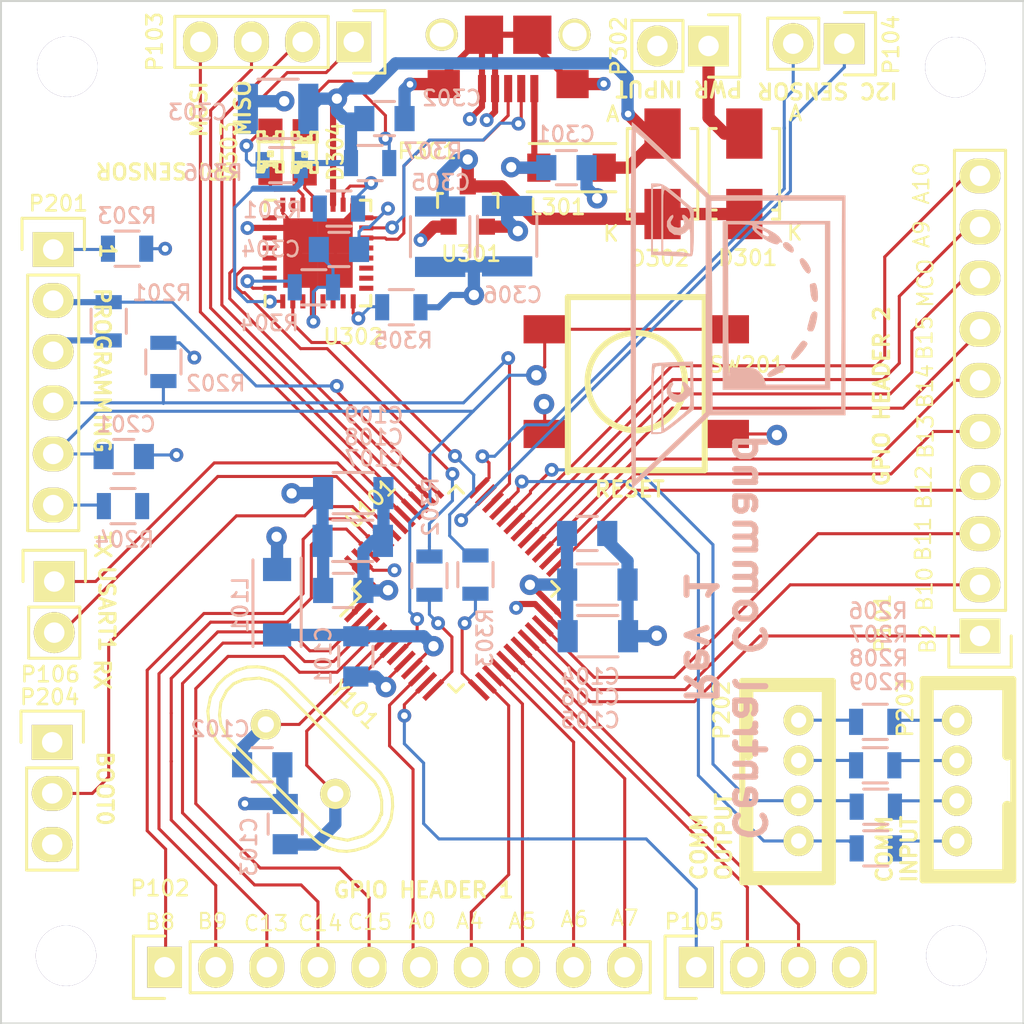
<source format=kicad_pcb>
(kicad_pcb (version 20221018) (generator pcbnew)
  (layers (0 "F.Cu" signal) (1 "In1.Cu" signal "GND") (2 "In2.Cu" signal "PWR") (31 "B.Cu" signal) (34 "B.Paste" user) (35 "F.Paste" user) (36 "B.SilkS" user "B.Silkscreen") (37 "F.SilkS" user "F.Silkscreen") (38 "B.Mask" user) (39 "F.Mask" user) (44 "Edge.Cuts" user))
  (net 0 "")
  (net 1 "GND")
  (net 2 "NRST")
  (net 3 "Net-(C102-Pad2)")
  (net 4 "Net-(C103-Pad2)")
  (net 5 "Net-(C305-Pad1)")
  (net 6 "/Comm/PWR")
  (net 7 "Net-(P201-Pad1)")
  (net 8 "/Comm/SWCLK")
  (net 9 "/Comm/SWIO")
  (net 10 "/Comm/NRST")
  (net 11 "Net-(P201-Pad6)")
  (net 12 "/Comm/TRACE")
  (net 13 "/ADC_IN1")
  (net 14 "/Power/TXD")
  (net 15 "/Power/RXD")
  (net 16 "/ADC_IN8")
  (net 17 "/Comm/SCL")
  (net 18 "/Comm/SDA")
  (net 19 "/I2C1_SDA")
  (net 20 "/I2C1_SCL")
  (net 21 "/SPI1_NSS")
  (net 22 "/SPI1_SCK")
  (net 23 "/SPI1_MISO")
  (net 24 "/SPI1_MOSI")
  (net 25 "/USART1_TX")
  (net 26 "/USART1_RX")
  (net 27 "/Comm/BOOT0")
  (net 28 "/PB9")
  (net 29 "Net-(C301-Pad1)")
  (net 30 "Net-(C304-Pad1)")
  (net 31 "Net-(D301-Pad2)")
  (net 32 "Net-(D303-Pad2)")
  (net 33 "Net-(D303-Pad1)")
  (net 34 "Net-(D304-Pad2)")
  (net 35 "Net-(D304-Pad1)")
  (net 36 "/ADC_IN9")
  (net 37 "Net-(R301-Pad1)")
  (net 38 "Net-(R302-Pad2)")
  (net 39 "Net-(R303-Pad2)")
  (net 40 "Net-(R304-Pad2)")
  (net 41 "Net-(R305-Pad2)")
  (net 42 "Net-(U302-Pad3)")
  (net 43 "Net-(U302-Pad5)")
  (net 44 "Net-(U302-Pad6)")
  (net 45 "Net-(U302-Pad7)")
  (net 46 "Net-(U302-Pad9)")
  (net 47 "Net-(U302-Pad10)")
  (net 48 "Net-(U302-Pad11)")
  (net 49 "Net-(U302-Pad12)")
  (net 50 "Net-(U302-Pad13)")
  (net 51 "Net-(P301-Pad3)")
  (net 52 "Net-(P301-Pad2)")
  (net 53 "Net-(U302-Pad23)")
  (net 54 "Net-(U302-Pad25)")
  (net 55 "Net-(U302-Pad27)")
  (net 56 "Net-(U302-Pad28)")
  (net 57 "Net-(U302-Pad29)")
  (net 58 "Net-(U302-Pad31)")
  (net 59 "Net-(P203-Pad1)")
  (net 60 "Net-(P203-Pad2)")
  (net 61 "Net-(P203-Pad3)")
  (net 62 "Net-(P203-Pad4)")
  (net 63 "/Power/VCCIO")
  (net 64 "/PA9")
  (net 65 "/PA10")
  (net 66 "/PB8")
  (net 67 "/VDDA")
  (net 68 "/MCO")
  (net 69 "/PB2")
  (net 70 "/PB10")
  (net 71 "/PB11")
  (net 72 "/PB12")
  (net 73 "/PB13")
  (net 74 "/PB14")
  (net 75 "/PB15")
  (net 76 "/PC13")
  (net 77 "/PC14")
  (net 78 "/PC15")
  (net 79 "/PA0")
  (net 80 "/PA4")
  (net 81 "/PA5")
  (net 82 "/PA6")
  (net 83 "/PA7")
  (footprint "Diodes_SMD:Diode-SMA_Standard" (layer "F.Cu") (at 138.5316 84.7852 90)
    (fp_text reference "D301")
    (fp_text value "D_Schottky" hide)
  )
  (footprint "Diodes_SMD:Diode-SMA_Standard" (layer "F.Cu") (at 134.4676 84.7852 90)
    (fp_text reference "D302")
    (fp_text value "D_Schottky" hide)
  )
  (footprint "LEDs:LED-0805" (layer "F.Cu") (at 114.9858 83.693 90)
    (fp_text reference "D303")
    (fp_text value "LED" hide)
  )
  (footprint "LEDs:LED-0805" (layer "F.Cu") (at 116.6876 83.7184 90)
    (fp_text reference "D304")
    (fp_text value "LED" hide)
  )
  (footprint "Inductors_NEOSID:Neosid_Inductor_SM1206" (layer "F.Cu") (at 129.9464 84.4804)
    (fp_text reference "L301")
    (fp_text value "FERRITE" hide)
  )
  (footprint "Pin_Headers:Pin_Header_Straight_1x10" (layer "F.Cu") (at 150.241 107.7468 180)
    (fp_text reference "P101")
    (fp_text value "CONN_01X10" hide)
  )
  (footprint "Pin_Headers:Pin_Header_Straight_1x10" (layer "F.Cu") (at 109.728 124.206 90)
    (fp_text reference "P102")
    (fp_text value "CONN_01X10" hide)
  )
  (footprint "Pin_Headers:Pin_Header_Straight_1x04" (layer "F.Cu") (at 119.126 78.232 -90)
    (fp_text reference "P103")
    (fp_text value "CONN_01X04" hide)
  )
  (footprint "Pin_Headers:Pin_Header_Straight_1x02" (layer "F.Cu") (at 143.5006 78.3209 -90)
    (fp_text reference "P104")
    (fp_text value "CONN_01X02" hide)
  )
  (footprint "Pin_Headers:Pin_Header_Straight_1x04" (layer "F.Cu") (at 136.144 124.206 90)
    (fp_text reference "P105")
    (fp_text value "CONN_01X04" hide)
  )
  (footprint "Pin_Headers:Pin_Header_Straight_1x02" (layer "F.Cu") (at 104.2449 105.0417)
    (fp_text reference "P106")
    (fp_text value "CONN_01X02" hide)
  )
  (footprint "Pin_Headers:Pin_Header_Straight_1x06" (layer "F.Cu") (at 104.1941 88.5444)
    (fp_text reference "P201")
    (fp_text value "CONN_01X06" hide)
  )
  (footprint "Pin_Headers:Pin_Header_Straight_1x03" (layer "F.Cu") (at 104.1433 113.03)
    (fp_text reference "P204")
    (fp_text value "CONN_01X03" hide)
  )
  (footprint "Pin_Headers:Pin_Header_Straight_1x02" (layer "F.Cu") (at 136.7536 78.4352 -90)
    (fp_text reference "P302")
    (fp_text value "CONN_01X02" hide)
  )
  (footprint "Housings_QFP:LQFP-48_7x7mm_Pitch0.5mm" (layer "F.Cu") (at 124.206 105.41 45)
    (fp_text reference "U101")
    (fp_text value "STM32F030C8" hide)
  )
  (footprint "Housings_SOT-23_SOT-143_TSOT-6:SOT-23" (layer "F.Cu") (at 124.7902 86.4108)
    (fp_text reference "U301")
    (fp_text value "MCP1700T-3302E/TT_" hide)
  )
  (footprint "Housings_DFN_QFN:QFN-32-1EP_5x5mm_Pitch0.5mm" (layer "F.Cu") (at 117.348 88.7222 90)
    (fp_text reference "U302")
    (fp_text value "FT232RQ" hide)
  )
  (footprint "Crystals:Crystal_HC49-U_Vertical" (layer "F.Cu") (at 116.4844 113.8682 -45)
    (fp_text reference "Y101")
    (fp_text value "Crystal" hide)
  )
  (footprint "CentralCommand:10118193" (layer "F.Cu") (at 126.7968 77.8764 180)
    (fp_text reference "P301")
    (fp_text value "USB_B" hide)
  )
  (footprint "CentralCommand:Grove-2mm" (layer "F.Cu") (at 138.43 109.982 -90)
    (fp_text reference "P202")
    (fp_text value "CONN_01X04" hide)
  )
  (footprint "CentralCommand:Grove-2mm" (layer "F.Cu") (at 151.892 119.888 90)
    (fp_text reference "P203")
    (fp_text value "CONN_01X04" hide)
  )
  (footprint "CentralCommand:FSM2JSMAA-ND" (layer "F.Cu") (at 133.1628 95.1103 90)
    (fp_text reference "SW201")
    (fp_text value "FSM2JSMAA-ND" hide)
  )
  (footprint "Mounting_Holes:MountingHole_3mm" (layer "F.Cu") (at 104.8926 79.4639)
    (fp_text reference "REF**" hide)
    (fp_text value "MountingHole_3mm" hide)
  )
  (footprint "Mounting_Holes:MountingHole_3mm" (layer "F.Cu") (at 104.8291 123.6345)
    (fp_text reference "REF**" hide)
    (fp_text value "MountingHole_3mm" hide)
  )
  (footprint "Mounting_Holes:MountingHole_3mm" (layer "F.Cu") (at 149.0632 123.6345)
    (fp_text reference "REF**" hide)
    (fp_text value "MountingHole_3mm" hide)
  )
  (footprint "Mounting_Holes:MountingHole_3mm" (layer "F.Cu") (at 149.0124 79.4893)
    (fp_text reference "REF**" hide)
    (fp_text value "MountingHole_3mm" hide)
  )
  (footprint "Capacitors_SMD:C_0805" (layer "B.Cu") (at 119.2276 108.7628 -90)
    (fp_text reference "C101")
    (fp_text value "C" hide)
  )
  (footprint "Capacitors_SMD:C_0805" (layer "B.Cu") (at 114.5794 114.1476 180)
    (fp_text reference "C102")
    (fp_text value "20P")
  )
  (footprint "Capacitors_SMD:C_0805" (layer "B.Cu") (at 115.7224 117.094 -90)
    (fp_text reference "C103")
    (fp_text value "20P")
  )
  (footprint "Capacitors_SMD:C_0805" (layer "B.Cu") (at 107.6993 98.8314)
    (fp_text reference "C201")
    (fp_text value "C" hide)
  )
  (footprint "Capacitors_SMD:C_0805" (layer "B.Cu") (at 129.6924 84.4804)
    (fp_text reference "C301")
    (fp_text value ".1U" hide)
  )
  (footprint "Capacitors_SMD:C_0805" (layer "B.Cu") (at 120.65 82.042)
    (fp_text reference "C302")
    (fp_text value ".1U")
  )
  (footprint "Capacitors_SMD:C_1210" (layer "B.Cu") (at 115.3668 81.5594 180)
    (fp_text reference "C303")
    (fp_text value "4.7U" hide)
  )
  (footprint "Capacitors_SMD:C_0805" (layer "B.Cu") (at 118.3894 88.5444 180)
    (fp_text reference "C304")
    (fp_text value ".1U")
  )
  (footprint "Capacitors_SMD:C_1210" (layer "B.Cu") (at 123.4186 87.9094 -90)
    (fp_text reference "C305")
    (fp_text value "10U")
  )
  (footprint "Capacitors_SMD:C_1210" (layer "B.Cu") (at 126.746 87.884 -90)
    (fp_text reference "C306")
    (fp_text value "10U")
  )
  (footprint "Inductors_NEOSID:Neosid_Inductor_SM1206" (layer "B.Cu") (at 115.316 106.0704 -90)
    (fp_text reference "L101")
    (fp_text value "INDUCTOR" hide)
  )
  (footprint "Resistors_SMD:R_0805" (layer "B.Cu") (at 106.95 92.1131 -90)
    (fp_text reference "R201")
    (fp_text value "R")
  )
  (footprint "Resistors_SMD:R_0805" (layer "B.Cu") (at 109.6678 94.1324 -90)
    (fp_text reference "R202")
    (fp_text value "R")
  )
  (footprint "Resistors_SMD:R_0805" (layer "B.Cu") (at 107.8644 88.5063 180)
    (fp_text reference "R203")
    (fp_text value "0")
  )
  (footprint "Resistors_SMD:R_0805" (layer "B.Cu") (at 107.6612 101.2952)
    (fp_text reference "R204")
    (fp_text value "R" hide)
  )
  (footprint "Resistors_SMD:R_0805" (layer "B.Cu") (at 118.3894 86.5124 180)
    (fp_text reference "R301")
    (fp_text value "0")
  )
  (footprint "Resistors_SMD:R_0805" (layer "B.Cu") (at 122.8852 104.7496 90)
    (fp_text reference "R302")
    (fp_text value "0" hide)
  )
  (footprint "Resistors_SMD:R_0805" (layer "B.Cu") (at 125.1712 104.6988 90)
    (fp_text reference "R303")
    (fp_text value "0" hide)
  )
  (footprint "Resistors_SMD:R_0805" (layer "B.Cu") (at 117.1448 90.424 180)
    (fp_text reference "R304")
    (fp_text value "NOPE")
  )
  (footprint "Resistors_SMD:R_0805" (layer "B.Cu") (at 121.4882 91.4146 180)
    (fp_text reference "R305")
    (fp_text value "NOPE")
  )
  (footprint "Resistors_SMD:R_0805" (layer "B.Cu") (at 115.5446 84.3534 180)
    (fp_text reference "R306")
    (fp_text value "270")
  )
  (footprint "Resistors_SMD:R_0805" (layer "B.Cu") (at 119.9388 84.2518)
    (fp_text reference "R307")
    (fp_text value "270")
  )
  (footprint "Resistors_SMD:R_0805" (layer "B.Cu") (at 145.034 112.014)
    (fp_text reference "R206")
    (fp_text value "0")
  )
  (footprint "Resistors_SMD:R_0805" (layer "B.Cu") (at 145.034 114.173)
    (fp_text reference "R207")
    (fp_text value "0")
  )
  (footprint "Resistors_SMD:R_0805" (layer "B.Cu") (at 145.0627 116.2304)
    (fp_text reference "R208")
    (fp_text value "0")
  )
  (footprint "Resistors_SMD:R_0805" (layer "B.Cu") (at 145.0627 118.3005)
    (fp_text reference "R209")
    (fp_text value "0")
  )
  (footprint "Capacitors_SMD:C_0805" (layer "B.Cu") (at 130.7211 102.6541)
    (fp_text reference "C104")
    (fp_text value ".1U")
  )
  (footprint "Capacitors_SMD:C_1206" (layer "B.Cu") (at 131.2545 107.7595)
    (fp_text reference "C105")
    (fp_text value "1U")
  )
  (footprint "Capacitors_SMD:C_1206" (layer "B.Cu") (at 131.2291 105.1941)
    (fp_text reference "C106")
    (fp_text value "10U")
  )
  (footprint "Capacitors_SMD:C_0805" (layer "B.Cu") (at 118.6053 105.4862 180)
    (fp_text reference "C107")
    (fp_text value ".1U")
  )
  (footprint "Capacitors_SMD:C_1206" (layer "B.Cu") (at 119.0752 103.0224 180)
    (fp_text reference "C108")
    (fp_text value "1U" hide)
  )
  (footprint "Capacitors_SMD:C_1206" (layer "B.Cu") (at 119.1006 100.6475 180)
    (fp_text reference "C109")
    (fp_text value "10U" hide)
  )
  (footprint "CentralCommand:CClogo-small" (layer "B.Cu") (at 138.3063 91.3638 90)
    (fp_text reference "G***" hide)
    (fp_text value "LOGO" hide)
  )
  (gr_line (start 152.4 76.2) (end 101.6 76.2) (stroke (width 0.1)) (layer "Edge.Cuts"))
  (gr_line (start 152.4 127) (end 152.4 76.2) (stroke (width 0.1)) (layer "Edge.Cuts"))
  (gr_line (start 101.6 127) (end 101.6 76.2) (stroke (width 0.1)) (layer "Edge.Cuts"))
  (gr_line (start 101.6 127) (end 152.4 127) (stroke (width 0.1)) (layer "Edge.Cuts"))
  (gr_text "Central Command\nRev 1" (at 137.5443 107.8103 270) (layer "B.SilkS") (effects (font (size 1.5 1.5) (thickness 0.3)) (justify mirror)))
  (gr_text "B2" (at 147.6408 107.8992 90) (layer "F.SilkS") (effects (font (size 0.762 0.762) (thickness 0.1016))))
  (gr_text "RX" (at 106.6198 109.6645 270) (layer "F.SilkS") (effects (font (size 0.762 0.762) (thickness 0.1524))))
  (gr_text "C15" (at 119.9294 121.9581) (layer "F.SilkS") (effects (font (size 0.762 0.762) (thickness 0.1016))))
  (gr_text "B13" (at 147.5392 97.8408 90) (layer "F.SilkS") (effects (font (size 0.762 0.762) (thickness 0.1016))))
  (gr_text "I2C SENSOR" (at 142.6624 80.6577 180) (layer "F.SilkS") (effects (font (size 0.762 0.762) (thickness 0.1524))))
  (gr_text "PWR INPUT" (at 135.2837 80.5561 180) (layer "F.SilkS") (effects (font (size 0.762 0.762) (thickness 0.1524))))
  (gr_text "SPI SENSOR" (at 109.7948 84.6328 180) (layer "F.SilkS") (effects (font (size 0.762 0.762) (thickness 0.1524))))
  (gr_text "USART1" (at 106.8484 106.4006 270) (layer "F.SilkS") (effects (font (size 0.762 0.762) (thickness 0.1524))))
  (gr_text "BOOT0" (at 106.7595 115.3287 270) (layer "F.SilkS") (effects (font (size 0.762 0.762) (thickness 0.1524))))
  (gr_text "A9" (at 147.336 87.7824 90) (layer "F.SilkS") (effects (font (size 0.762 0.762) (thickness 0.1016))))
  (gr_text "A10" (at 147.3233 85.2551 90) (layer "F.SilkS") (effects (font (size 0.762 0.762) (thickness 0.1016))))
  (gr_text "PROGRAMMING" (at 106.6198 94.5515 270) (layer "F.SilkS") (effects (font (size 0.762 0.762) (thickness 0.1524))))
  (gr_text "A0" (at 122.5329 121.8946) (layer "F.SilkS") (effects (font (size 0.762 0.762) (thickness 0.1016))))
  (gr_text "C14" (at 117.4529 122.0216) (layer "F.SilkS") (effects (font (size 0.762 0.762) (thickness 0.1016))))
  (gr_text "MOSI" (at 111.4458 81.5848 90) (layer "F.SilkS") (effects (font (size 0.762 0.762) (thickness 0.1524))))
  (gr_text "B12" (at 147.4503 100.3681 90) (layer "F.SilkS") (effects (font (size 0.762 0.762) (thickness 0.1016))))
  (gr_text "C13" (at 114.7732 122.0216) (layer "F.SilkS") (effects (font (size 0.762 0.762) (thickness 0.1016))))
  (gr_text "B9" (at 112.1062 121.92) (layer "F.SilkS") (effects (font (size 0.762 0.762) (thickness 0.1016))))
  (gr_text "MISO" (at 113.6048 81.5213 90) (layer "F.SilkS") (effects (font (size 0.762 0.762) (thickness 0.1524))))
  (gr_text "B10" (at 147.4884 105.4227 90) (layer "F.SilkS") (effects (font (size 0.762 0.762) (thickness 0.1016))))
  (gr_text "RESET" (at 132.8326 100.457) (layer "F.SilkS") (effects (font (size 0.762 0.762) (thickness 0.1524))))
  (gr_text "COMM\nINPUT" (at 146.1041 120.0912 90) (layer "F.SilkS") (effects (font (size 0.762 0.762) (thickness 0.1524)) (justify left)))
  (gr_text "A5" (at 127.4986 121.9073) (layer "F.SilkS") (effects (font (size 0.762 0.762) (thickness 0.1016))))
  (gr_text "COMM\nOUTPUT" (at 136.8966 119.9769 90) (layer "F.SilkS") (effects (font (size 0.762 0.762) (thickness 0.1524)) (justify left)))
  (gr_text "TX" (at 106.6452 103.2129 270) (layer "F.SilkS") (effects (font (size 0.762 0.762) (thickness 0.1524))))
  (gr_text "A4" (at 124.8951 121.9073) (layer "F.SilkS") (effects (font (size 0.762 0.762) (thickness 0.1016))))
  (gr_text "A7" (at 132.5913 121.7549) (layer "F.SilkS") (effects (font (size 0.762 0.762) (thickness 0.1016))))
  (gr_text "B11" (at 147.4122 102.9335 90) (layer "F.SilkS") (effects (font (size 0.762 0.762) (thickness 0.1016))))
  (gr_text "B14" (at 147.5138 95.3389 90) (layer "F.SilkS") (effects (font (size 0.762 0.762) (thickness 0.1016))))
  (gr_text "GPIO HEADER 2" (at 145.3548 95.8342 90) (layer "F.SilkS") (effects (font (size 0.762 0.762) (thickness 0.1524))))
  (gr_text "A6" (at 130.0894 121.8184) (layer "F.SilkS") (effects (font (size 0.762 0.762) (thickness 0.1016))))
  (gr_text "1" (at 106.8992 88.6206 270) (layer "F.SilkS") (effects (font (size 0.762 0.762) (thickness 0.1524))))
  (gr_text "GPIO HEADER 1" (at 122.5964 120.3706) (layer "F.SilkS") (effects (font (size 0.762 0.762) (thickness 0.1524))))
  (gr_text "B15" (at 147.4884 92.9386 90) (layer "F.SilkS") (effects (font (size 0.762 0.762) (thickness 0.1016))))
  (gr_text "B8\n" (at 109.5027 121.9581) (layer "F.SilkS") (effects (font (size 0.762 0.762) (thickness 0.1016))))
  (gr_text "MCO" (at 147.5265 90.2208 90) (layer "F.SilkS") (effects (font (size 0.762 0.762) (thickness 0.1016))))
  (segment (start 125.4968 77.9764) (end 125.5968 77.8764) (width 0.3048) (layer "F.Cu") (net 1))
  (segment (start 126.1468 78.4264) (end 125.5968 77.8764) (width 0.3048) (layer "F.Cu") (net 1))
  (segment (start 127.9968 78.3264) (end 129.9968 80.3264) (width 0.3048) (layer "F.Cu") (net 1))
  (segment (start 123.5968 79.8764) (end 125.5968 77.8764) (width 0.3048) (layer "F.Cu") (net 1))
  (segment (start 125.4968 81.4624) (end 124.8918 82.0674) (width 0.3048) (layer "F.Cu") (net 1))
  (segment (start 126.1468 81.7014) (end 125.73 82.1182) (width 0.3048) (layer "F.Cu") (net 1))
  (segment (start 131.535 80.3264) (end 131.5466 80.3148) (width 0.6096) (layer "F.Cu") (net 1))
  (segment (start 121.9338 80.3264) (end 121.92 80.3402) (width 0.6096) (layer "F.Cu") (net 1))
  (segment (start 116.098 87.4722) (end 116.4855 87.8597) (width 0.3048) (layer "F.Cu") (net 1))
  (segment (start 117.098 90.1972) (end 116.4855 89.5847) (width 0.3048) (layer "F.Cu") (net 1))
  (segment (start 119.098 86.7436) (end 118.2105 87.6311) (width 0.3048) (layer "F.Cu") (net 1))
  (segment (start 118.2105 87.6311) (end 118.2105 87.8597) (width 0.3048) (layer "F.Cu") (net 1))
  (segment (start 117.598 87.2472) (end 118.2105 87.8597) (width 0.3048) (layer "F.Cu") (net 1))
  (segment (start 115.598 86.7436) (end 116.4855 87.6311) (width 0.1524) (layer "F.Cu") (net 1))
  (segment (start 116.4855 87.6311) (end 116.4855 87.8597) (width 0.1524) (layer "F.Cu") (net 1))
  (segment (start 113.8482 87.4722) (end 113.8428 87.4776) (width 0.3048) (layer "F.Cu") (net 1))
  (segment (start 117.098 92.1044) (end 117.1194 92.1258) (width 0.3048) (layer "F.Cu") (net 1))
  (segment (start 116.4855 89.5847) (end 116.4855 87.8597) (width 0.1524) (layer "F.Cu") (net 1))
  (segment (start 116.4855 87.8597) (end 118.2105 87.8597) (width 0.1524) (layer "F.Cu") (net 1))
  (segment (start 118.2105 87.8597) (end 118.2105 89.5847) (width 0.1524) (layer "F.Cu") (net 1))
  (segment (start 120.7262 109.982) (end 121.660416 109.047784) (width 0.1524) (layer "F.Cu") (net 1))
  (segment (start 120.7262 109.982) (end 120.7262 110.2868) (width 0.1524) (layer "F.Cu") (net 1))
  (segment (start 128.6128 96.2626) (end 128.5781 96.2279) (width 0.1524) (layer "F.Cu") (net 1))
  (segment (start 140.0935 97.7103) (end 140.1478 97.7646) (width 0.1524) (layer "F.Cu") (net 1))
  (segment (start 123.10694 87.41156) (end 122.444 88.0745) (width 0.6096) (layer "F.Cu") (net 1))
  (segment (start 128.869224 106.894924) (end 128.1336 106.1593) (width 0.3048) (layer "F.Cu") (net 1))
  (segment (start 128.1336 106.1593) (end 127.3843 106.1593) (width 0.3048) (layer "F.Cu") (net 1))
  (segment (start 127.3843 106.1593) (end 127.1938 106.3498) (width 0.3048) (layer "F.Cu") (net 1))
  (segment (start 120.096919 104.4829) (end 121.1486 104.4829) (width 0.1524) (layer "F.Cu") (net 1))
  (segment (start 125.4968 80.5514) (end 125.4968 77.9764) (width 0.3048) (layer "F.Cu") (net 1))
  (segment (start 119.098 86.3222) (end 119.098 86.7436) (width 0.3048) (layer "F.Cu") (net 1))
  (segment (start 114.948 87.4722) (end 113.8482 87.4722) (width 0.3048) (layer "F.Cu") (net 1))
  (segment (start 117.098 92.1044) (end 117.098 91.1222) (width 0.3048) (layer "F.Cu") (net 1))
  (segment (start 123.8402 87.41156) (end 123.10694 87.41156) (width 0.6096) (layer "F.Cu") (net 1))
  (segment (start 123.5968 80.3264) (end 123.5968 79.8764) (width 0.3048) (layer "F.Cu") (net 1))
  (segment (start 137.7128 97.7103) (end 140.0935 97.7103) (width 0.1524) (layer "F.Cu") (net 1))
  (segment (start 121.660416 109.016245) (end 121.666555 109.016245) (width 0.1524) (layer "F.Cu") (net 1))
  (segment (start 115.598 86.3222) (end 115.598 86.7436) (width 0.1524) (layer "F.Cu") (net 1))
  (segment (start 126.1468 80.5514) (end 126.1468 81.7014) (width 0.3048) (layer "F.Cu") (net 1))
  (segment (start 128.872905 106.894924) (end 128.869224 106.894924) (width 0.3048) (layer "F.Cu") (net 1))
  (segment (start 114.948 87.4722) (end 116.098 87.4722) (width 0.3048) (layer "F.Cu") (net 1))
  (segment (start 118.2105 89.5847) (end 116.4855 89.5847) (width 0.1524) (layer "F.Cu") (net 1))
  (segment (start 117.598 86.3222) (end 117.598 87.2472) (width 0.3048) (layer "F.Cu") (net 1))
  (segment (start 121.660416 109.016245) (end 121.660416 109.047784) (width 0.1524) (layer "F.Cu") (net 1))
  (segment (start 126.1468 80.5514) (end 126.1468 78.4264) (width 0.3048) (layer "F.Cu") (net 1))
  (segment (start 128.6128 97.7103) (end 128.6128 96.2626) (width 0.1524) (layer "F.Cu") (net 1))
  (segment (start 127.9968 77.8764) (end 127.9968 78.3264) (width 0.3048) (layer "F.Cu") (net 1))
  (segment (start 125.4968 80.5514) (end 125.4968 81.4624) (width 0.3048) (layer "F.Cu") (net 1))
  (segment (start 117.098 91.1222) (end 117.098 90.1972) (width 0.3048) (layer "F.Cu") (net 1))
  (segment (start 129.9968 80.3264) (end 131.535 80.3264) (width 0.6096) (layer "F.Cu") (net 1))
  (segment (start 121.9338 80.3264) (end 123.5968 80.3264) (width 0.6096) (layer "F.Cu") (net 1))
  (segment (start 119.539095 103.925076) (end 120.096919 104.4829) (width 0.1524) (layer "F.Cu") (net 1))
  (segment (start 125.5968 77.8764) (end 127.9968 77.8764) (width 0.3048) (layer "F.Cu") (net 1))
  (via (at 121.92 80.3402) (size 0.6858) (drill 0.3302) (layers "F.Cu" "B.Cu") (net 1))
  (via (at 127.1938 106.3498) (size 0.6858) (drill 0.3302) (layers "F.Cu" "B.Cu") (net 1))
  (via (at 124.8918 82.0674) (size 0.6858) (drill 0.3302) (layers "F.Cu" "B.Cu") (net 1))
  (via (at 115.6716 81.1784) (size 1.016) (drill 0.508) (layers "F.Cu" "B.Cu") (net 1))
  (via (at 121.1486 104.4829) (size 0.6858) (drill 0.3302) (layers "F.Cu" "B.Cu") (net 1))
  (via (at 140.1478 97.7646) (size 1.016) (drill 0.508) (layers "F.Cu" "B.Cu") (net 1))
  (via (at 125.73 82.1182) (size 0.6858) (drill 0.3302) (layers "F.Cu" "B.Cu") (net 1))
  (via (at 134.1788 107.7341) (size 1.016) (drill 0.508) (layers "F.Cu" "B.Cu") (net 1))
  (via (at 120.7262 110.2868) (size 1.016) (drill 0.508) (layers "F.Cu" "B.Cu") (net 1))
  (via (at 113.7158 116.078) (size 0.6858) (drill 0.3302) (layers "F.Cu" "B.Cu") (net 1))
  (via (at 131.5466 80.3148) (size 0.6858) (drill 0.3302) (layers "F.Cu" "B.Cu") (net 1))
  (via (at 110.3155 98.7552) (size 0.6858) (drill 0.3302) (layers "F.Cu" "B.Cu") (net 1))
  (via (at 128.5781 96.2279) (size 1.016) (drill 0.508) (layers "F.Cu" "B.Cu") (net 1))
  (via (at 131.2164 86.0044) (size 1.016) (drill 0.508) (layers "F.Cu" "B.Cu") (net 1))
  (via (at 122.444 88.0745) (size 0.6858) (drill 0.3302) (layers "F.Cu" "B.Cu") (net 1))
  (via (at 117.1194 92.1258) (size 0.6858) (drill 0.3302) (layers "F.Cu" "B.Cu") (net 1))
  (via (at 116.0399 100.6602) (size 1.016) (drill 0.508) (layers "F.Cu" "B.Cu") (net 1))
  (via (at 125.095 90.805) (size 1.016) (drill 0.508) (layers "F.Cu" "B.Cu") (net 1))
  (via (at 113.8428 87.4776) (size 0.6858) (drill 0.3302) (layers "F.Cu" "B.Cu") (net 1))
  (segment (start 130.6924 85.4804) (end 131.2164 86.0044) (width 0.6096) (layer "B.Cu") (net 1))
  (segment (start 121.65 80.6102) (end 121.92 80.3402) (width 0.6096) (layer "B.Cu") (net 1))
  (segment (start 114.2478 81.1784) (end 113.8668 81.5594) (width 0.6096) (layer "B.Cu") (net 1))
  (segment (start 123.444 89.384) (end 123.4186 89.4094) (width 0.6096) (layer "B.Cu") (net 1))
  (segment (start 125.095 89.384) (end 123.444 89.384) (width 0.6096) (layer "B.Cu") (net 1))
  (segment (start 117.348 90.424) (end 117.1194 90.6526) (width 0.1524) (layer "B.Cu") (net 1))
  (segment (start 117.1194 90.6526) (end 117.1194 92.1258) (width 0.1524) (layer "B.Cu") (net 1))
  (segment (start 123.3424 91.4146) (end 123.952 90.805) (width 0.3048) (layer "B.Cu") (net 1))
  (segment (start 123.952 90.805) (end 125.095 90.805) (width 0.3048) (layer "B.Cu") (net 1))
  (segment (start 117.3894 88.789) (end 118.0948 89.4944) (width 0.1524) (layer "B.Cu") (net 1))
  (segment (start 118.0948 89.4944) (end 118.0948 90.424) (width 0.1524) (layer "B.Cu") (net 1))
  (segment (start 120.2022 109.7628) (end 120.7262 110.2868) (width 0.6096) (layer "B.Cu") (net 1))
  (segment (start 115.5794 115.951) (end 115.5794 114.1476) (width 0.6096) (layer "B.Cu") (net 1))
  (segment (start 113.7318 116.094) (end 113.7158 116.078) (width 0.6096) (layer "B.Cu") (net 1))
  (segment (start 117.6053 103.0525) (end 117.5752 103.0224) (width 0.6096) (layer "B.Cu") (net 1))
  (segment (start 117.5752 100.6729) (end 117.6006 100.6475) (width 0.6096) (layer "B.Cu") (net 1))
  (segment (start 116.0526 100.6475) (end 116.0399 100.6602) (width 0.6096) (layer "B.Cu") (net 1))
  (segment (start 131.7211 103.0158) (end 132.7291 104.0238) (width 0.6096) (layer "B.Cu") (net 1))
  (segment (start 132.7291 104.0238) (end 132.7291 105.1941) (width 0.6096) (layer "B.Cu") (net 1))
  (segment (start 132.7291 107.7341) (end 132.7545 107.7595) (width 0.6096) (layer "B.Cu") (net 1))
  (segment (start 134.1534 107.7595) (end 134.1788 107.7341) (width 0.6096) (layer "B.Cu") (net 1))
  (segment (start 104.7554 93.0631) (end 104.1941 93.6244) (width 0.3048) (layer "B.Cu") (net 1))
  (segment (start 108.7755 98.7552) (end 110.3155 98.7552) (width 0.1524) (layer "B.Cu") (net 1))
  (segment (start 144.002 111.932) (end 141.23 111.932) (width 0.1524) (layer "B.Cu") (net 1))
  (segment (start 144.084 112.014) (end 144.002 111.932) (width 0.1524) (layer "B.Cu") (net 1))
  (segment (start 106.95 93.0631) (end 104.7554 93.0631) (width 0.3048) (layer "B.Cu") (net 1))
  (segment (start 117.6006 100.6475) (end 116.0526 100.6475) (width 0.6096) (layer "B.Cu") (net 1))
  (segment (start 115.6716 81.1784) (end 114.2478 81.1784) (width 0.6096) (layer "B.Cu") (net 1))
  (segment (start 132.7545 107.7595) (end 134.1534 107.7595) (width 0.6096) (layer "B.Cu") (net 1))
  (segment (start 115.7224 116.094) (end 115.5794 115.951) (width 0.6096) (layer "B.Cu") (net 1))
  (segment (start 125.095 90.805) (end 125.095 89.384) (width 0.6096) (layer "B.Cu") (net 1))
  (segment (start 122.4382 91.4146) (end 123.3424 91.4146) (width 0.3048) (layer "B.Cu") (net 1))
  (segment (start 119.2276 109.7628) (end 120.2022 109.7628) (width 0.6096) (layer "B.Cu") (net 1))
  (segment (start 130.6924 84.4804) (end 130.6924 85.4804) (width 0.6096) (layer "B.Cu") (net 1))
  (segment (start 117.5752 103.0224) (end 117.5752 100.6729) (width 0.6096) (layer "B.Cu") (net 1))
  (segment (start 132.7291 105.1941) (end 132.7291 107.7341) (width 0.6096) (layer "B.Cu") (net 1))
  (segment (start 115.7224 116.094) (end 113.7318 116.094) (width 0.6096) (layer "B.Cu") (net 1))
  (segment (start 126.746 89.384) (end 125.095 89.384) (width 0.6096) (layer "B.Cu") (net 1))
  (segment (start 131.7211 102.6541) (end 131.7211 103.0158) (width 0.6096) (layer "B.Cu") (net 1))
  (segment (start 108.6993 98.8314) (end 108.7755 98.7552) (width 0.1524) (layer "B.Cu") (net 1))
  (segment (start 118.0948 90.424) (end 117.348 90.424) (width 0.1524) (layer "B.Cu") (net 1))
  (segment (start 117.6053 105.4862) (end 117.6053 103.0525) (width 0.6096) (layer "B.Cu") (net 1))
  (segment (start 121.65 82.042) (end 121.65 80.6102) (width 0.6096) (layer "B.Cu") (net 1))
  (segment (start 117.3894 88.5444) (end 117.3894 88.789) (width 0.1524) (layer "B.Cu") (net 1))
  (segment (start 118.521344 110.033995) (end 118.5672 109.988139) (width 0.1524) (layer "F.Cu") (net 3))
  (segment (start 118.5672 109.988139) (end 120.599755 107.955584) (width 0.1524) (layer "F.Cu") (net 3))
  (segment (start 116.413144 112.142195) (end 114.758395 112.142195) (width 0.1524) (layer "F.Cu") (net 3))
  (segment (start 118.5672 109.988139) (end 116.413144 112.142195) (width 0.1524) (layer "F.Cu") (net 3))
  (segment (start 113.5794 113.32119) (end 114.758395 112.142195) (width 0.6096) (layer "B.Cu") (net 3))
  (segment (start 113.5794 114.1476) (end 113.5794 113.32119) (width 0.6096) (layer "B.Cu") (net 3))
  (segment (start 120.953309 108.309138) (end 119.328005 109.934442) (width 0.1524) (layer "F.Cu") (net 4))
  (segment (start 116.7892 112.473247) (end 116.7892 114.173) (width 0.1524) (layer "F.Cu") (net 4))
  (segment (start 116.7892 114.173) (end 118.210405 115.594205) (width 0.1524) (layer "F.Cu") (net 4))
  (segment (start 119.328005 109.934442) (end 116.7892 112.473247) (width 0.1524) (layer "F.Cu") (net 4))
  (segment (start 115.7384 118.11) (end 117.1956 118.11) (width 0.6096) (layer "B.Cu") (net 4))
  (segment (start 117.1956 118.11) (end 118.210405 117.095195) (width 0.6096) (layer "B.Cu") (net 4))
  (segment (start 118.210405 117.095195) (end 118.210405 115.594205) (width 0.6096) (layer "B.Cu") (net 4))
  (segment (start 115.7224 118.094) (end 115.7384 118.11) (width 0.6096) (layer "B.Cu") (net 4))
  (segment (start 124.7902 84.074) (end 124.7902 85.41258) (width 0.6096) (layer "F.Cu") (net 5))
  (segment (start 126.48438 85.41258) (end 128.0922 87.0204) (width 0.6096) (layer "F.Cu") (net 5))
  (segment (start 128.0922 87.0204) (end 134.23138 87.0204) (width 0.6096) (layer "F.Cu") (net 5))
  (segment (start 134.23138 87.0204) (end 134.4676 86.78418) (width 0.6096) (layer "F.Cu") (net 5))
  (segment (start 134.4676 86.78418) (end 138.5316 86.78418) (width 0.6096) (layer "F.Cu") (net 5))
  (segment (start 124.7902 85.41258) (end 126.48438 85.41258) (width 0.6096) (layer "F.Cu") (net 5))
  (via (at 124.7902 84.074) (size 1.016) (drill 0.508) (layers "F.Cu" "B.Cu") (net 5))
  (segment (start 123.5456 84.836) (end 124.3076 84.074) (width 0.6096) (layer "B.Cu") (net 5))
  (segment (start 124.3076 84.074) (end 124.7902 84.074) (width 0.6096) (layer "B.Cu") (net 5))
  (segment (start 123.5456 85.2678) (end 123.5456 84.836) (width 0.6096) (layer "B.Cu") (net 5))
  (segment (start 123.5456 86.2824) (end 123.4186 86.4094) (width 0.6096) (layer "B.Cu") (net 5))
  (segment (start 123.5456 85.3172) (end 123.5456 85.2678) (width 0.6096) (layer "B.Cu") (net 5))
  (segment (start 123.5456 85.2678) (end 123.5456 86.2824) (width 0.6096) (layer "B.Cu") (net 5))
  (segment (start 127.2794 87.63) (end 127.06096 87.41156) (width 0.6096) (layer "F.Cu") (net 6))
  (segment (start 127.06096 87.41156) (end 125.7402 87.41156) (width 0.6096) (layer "F.Cu") (net 6))
  (segment (start 119.185542 104.339242) (end 120.3198 105.4735) (width 0.3048) (layer "F.Cu") (net 6))
  (segment (start 120.3198 105.4735) (end 120.8278 105.4735) (width 0.3048) (layer "F.Cu") (net 6))
  (segment (start 119.185542 106.506158) (end 120.2182 105.4735) (width 0.3048) (layer "F.Cu") (net 6))
  (segment (start 120.2182 105.4735) (end 120.8278 105.4735) (width 0.3048) (layer "F.Cu") (net 6))
  (segment (start 129.226458 106.502858) (end 127.9304 105.2068) (width 0.3048) (layer "F.Cu") (net 6))
  (segment (start 127.9304 105.2068) (end 127.8796 105.2068) (width 0.3048) (layer "F.Cu") (net 6))
  (segment (start 119.185542 106.541371) (end 119.185542 106.506158) (width 0.3048) (layer "F.Cu") (net 6))
  (segment (start 119.185542 104.278629) (end 119.264629 104.278629) (width 0.3048) (layer "F.Cu") (net 6))
  (segment (start 129.226458 106.541371) (end 129.226458 106.502858) (width 0.3048) (layer "F.Cu") (net 6))
  (segment (start 119.185542 104.278629) (end 119.185542 104.339242) (width 0.3048) (layer "F.Cu") (net 6))
  (segment (start 119.185542 106.541371) (end 119.185542 106.518858) (width 0.3048) (layer "F.Cu") (net 6))
  (via (at 111.2045 93.9165) (size 0.6858) (drill 0.3302) (layers "F.Cu" "B.Cu") (net 6))
  (via (at 127.2794 87.63) (size 1.016) (drill 0.508) (layers "F.Cu" "B.Cu") (net 6))
  (via (at 115.2906 102.8192) (size 1.016) (drill 0.508) (layers "F.Cu" "B.Cu") (net 6))
  (via (at 120.8278 105.4735) (size 1.016) (drill 0.508) (layers "F.Cu" "B.Cu") (net 6))
  (via (at 109.7567 88.5063) (size 0.6858) (drill 0.3302) (layers "F.Cu" "B.Cu") (net 6))
  (via (at 127.8796 105.2068) (size 1.016) (drill 0.508) (layers "F.Cu" "B.Cu") (net 6))
  (segment (start 126.746 87.0966) (end 127.2794 87.63) (width 0.6096) (layer "B.Cu") (net 6))
  (segment (start 115.316 102.8446) (end 115.2906 102.8192) (width 0.6096) (layer "B.Cu") (net 6))
  (segment (start 120.6006 102.997) (end 120.5752 103.0224) (width 0.6096) (layer "B.Cu") (net 6))
  (segment (start 120.1166 103.0224) (end 119.6053 103.5337) (width 0.6096) (layer "B.Cu") (net 6))
  (segment (start 119.6053 103.5337) (end 119.6053 105.4862) (width 0.6096) (layer "B.Cu") (net 6))
  (segment (start 120.8151 105.4862) (end 120.8278 105.4735) (width 0.6096) (layer "B.Cu") (net 6))
  (segment (start 129.7211 105.1861) (end 129.7291 105.1941) (width 0.6096) (layer "B.Cu") (net 6))
  (segment (start 129.7291 107.7341) (end 129.7545 107.7595) (width 0.6096) (layer "B.Cu") (net 6))
  (segment (start 127.8923 105.1941) (end 127.8796 105.2068) (width 0.6096) (layer "B.Cu") (net 6))
  (segment (start 143.843 113.932) (end 141.23 113.932) (width 0.1524) (layer "B.Cu") (net 6))
  (segment (start 110.4704 93.1824) (end 111.2045 93.9165) (width 0.1524) (layer "B.Cu") (net 6))
  (segment (start 109.6678 93.1824) (end 109.744 93.1062) (width 0.1524) (layer "B.Cu") (net 6))
  (segment (start 109.6678 93.1824) (end 110.4704 93.1824) (width 0.1524) (layer "B.Cu") (net 6))
  (segment (start 144.084 114.173) (end 143.843 113.932) (width 0.1524) (layer "B.Cu") (net 6))
  (segment (start 108.8144 88.5063) (end 109.7567 88.5063) (width 0.1524) (layer "B.Cu") (net 6))
  (segment (start 129.7291 105.1941) (end 127.8923 105.1941) (width 0.6096) (layer "B.Cu") (net 6))
  (segment (start 129.7211 102.6541) (end 129.7211 105.1861) (width 0.6096) (layer "B.Cu") (net 6))
  (segment (start 119.6053 105.4862) (end 120.8151 105.4862) (width 0.6096) (layer "B.Cu") (net 6))
  (segment (start 120.5752 103.0224) (end 120.1166 103.0224) (width 0.6096) (layer "B.Cu") (net 6))
  (segment (start 120.6006 100.6475) (end 120.6006 102.997) (width 0.6096) (layer "B.Cu") (net 6))
  (segment (start 115.316 104.4448) (end 115.316 102.8446) (width 0.6096) (layer "B.Cu") (net 6))
  (segment (start 126.746 86.384) (end 126.746 87.0966) (width 0.6096) (layer "B.Cu") (net 6))
  (segment (start 129.7291 105.1941) (end 129.7291 107.7341) (width 0.6096) (layer "B.Cu") (net 6))
  (segment (start 106.8763 88.5444) (end 104.1941 88.5444) (width 0.1524) (layer "B.Cu") (net 7))
  (segment (start 106.9144 88.5063) (end 106.8763 88.5444) (width 0.1524) (layer "B.Cu") (net 7))
  (segment (start 118.2784 95.593313) (end 118.2784 95.32622) (width 0.1524) (layer "F.Cu") (net 8))
  (segment (start 123.074629 100.389542) (end 118.2784 95.593313) (width 0.1524) (layer "F.Cu") (net 8))
  (via (at 118.2784 95.32622) (size 0.6858) (drill 0.3302) (layers "F.Cu" "B.Cu") (net 8))
  (segment (start 104.2728 91.1631) (end 104.1941 91.0844) (width 0.3048) (layer "B.Cu") (net 8))
  (segment (start 114.27792 95.32622) (end 117.793467 95.32622) (width 0.1524) (layer "B.Cu") (net 8))
  (segment (start 117.793467 95.32622) (end 118.2784 95.32622) (width 0.1524) (layer "B.Cu") (net 8))
  (segment (start 106.95 91.1631) (end 104.2728 91.1631) (width 0.3048) (layer "B.Cu") (net 8))
  (segment (start 110.1148 91.1631) (end 114.27792 95.32622) (width 0.1524) (layer "B.Cu") (net 8))
  (segment (start 106.95 91.1631) (end 110.1148 91.1631) (width 0.1524) (layer "B.Cu") (net 8))
  (segment (start 126.044478 100.996722) (end 126.8636 100.1776) (width 0.1524) (layer "F.Cu") (net 9))
  (segment (start 126.8636 100.1776) (end 126.8636 94.0054) (width 0.1524) (layer "F.Cu") (net 9))
  (segment (start 126.8636 94.0054) (end 126.8001 93.9419) (width 0.1524) (layer "F.Cu") (net 9))
  (segment (start 126.044478 101.096649) (end 126.044478 100.996722) (width 0.1524) (layer "F.Cu") (net 9))
  (via (at 126.8001 93.9419) (size 0.6858) (drill 0.3302) (layers "F.Cu" "B.Cu") (net 9))
  (segment (start 126.8001 93.9419) (end 124.5776 96.1644) (width 0.1524) (layer "B.Cu") (net 9))
  (segment (start 124.5776 96.1644) (end 109.6678 96.1644) (width 0.1524) (layer "B.Cu") (net 9))
  (segment (start 109.6678 96.1644) (end 109.6678 96.1898) (width 0.1524) (layer "B.Cu") (net 9))
  (segment (start 109.6678 96.1898) (end 109.6678 96.1644) (width 0.1524) (layer "B.Cu") (net 9))
  (segment (start 109.6678 96.1644) (end 104.1941 96.1644) (width 0.1524) (layer "B.Cu") (net 9))
  (segment (start 109.6678 95.0824) (end 109.6678 96.1644) (width 0.1524) (layer "B.Cu") (net 9))
  (segment (start 121.334309 108.662691) (end 122.2756 107.7214) (width 0.1524) (layer "F.Cu") (net 10))
  (segment (start 122.2756 107.7214) (end 122.2756 106.9086) (width 0.1524) (layer "F.Cu") (net 10))
  (segment (start 128.1971 94.7928) (end 128.6128 94.3771) (width 0.1524) (layer "F.Cu") (net 10))
  (segment (start 128.6128 94.3771) (end 128.6128 92.5103) (width 0.1524) (layer "F.Cu") (net 10))
  (segment (start 121.306862 108.662691) (end 121.334309 108.662691) (width 0.1524) (layer "F.Cu") (net 10))
  (segment (start 128.6128 92.5103) (end 137.7128 92.5103) (width 0.1524) (layer "F.Cu") (net 10))
  (via (at 122.2756 106.9086) (size 0.6858) (drill 0.3302) (layers "F.Cu" "B.Cu") (net 10))
  (via (at 128.1971 94.7928) (size 1.016) (drill 0.508) (layers "F.Cu" "B.Cu") (net 10))
  (segment (start 122.2756 106.9086) (end 121.9073 106.5403) (width 0.1524) (layer "B.Cu") (net 10))
  (segment (start 121.9073 106.5403) (end 121.9073 102.1207) (width 0.1524) (layer "B.Cu") (net 10))
  (segment (start 121.9073 102.1207) (end 122.9106 101.1174) (width 0.1524) (layer "B.Cu") (net 10))
  (segment (start 122.9106 101.1174) (end 122.9106 98.7298) (width 0.1524) (layer "B.Cu") (net 10))
  (segment (start 122.9106 98.7298) (end 123.8838 97.7566) (width 0.1524) (layer "B.Cu") (net 10))
  (segment (start 123.8838 97.7566) (end 123.9012 97.7392) (width 0.1524) (layer "B.Cu") (net 10))
  (segment (start 126.8476 94.7928) (end 128.1971 94.7928) (width 0.1524) (layer "B.Cu") (net 10))
  (segment (start 104.2576 98.7044) (end 106.3785 96.5835) (width 0.1524) (layer "B.Cu") (net 10))
  (segment (start 106.3785 96.5835) (end 125.0569 96.5835) (width 0.1524) (layer "B.Cu") (net 10))
  (segment (start 125.0569 96.5835) (end 126.8476 94.7928) (width 0.1524) (layer "B.Cu") (net 10))
  (segment (start 106.5723 98.7044) (end 104.1941 98.7044) (width 0.1524) (layer "B.Cu") (net 10))
  (segment (start 123.8838 97.7566) (end 125.0569 96.5835) (width 0.1524) (layer "B.Cu") (net 10))
  (segment (start 106.6993 98.8314) (end 106.5723 98.7044) (width 0.1524) (layer "B.Cu") (net 10))
  (segment (start 104.1941 98.7044) (end 104.2576 98.7044) (width 0.1524) (layer "B.Cu") (net 10))
  (segment (start 106.6604 101.2444) (end 104.1941 101.2444) (width 0.1524) (layer "B.Cu") (net 11))
  (segment (start 106.7112 101.2952) (end 106.6604 101.2444) (width 0.1524) (layer "B.Cu") (net 11))
  (segment (start 121.6406 111.7092) (end 121.6406 111.157381) (width 0.1524) (layer "F.Cu") (net 13))
  (segment (start 121.6406 111.157381) (end 122.721076 110.076905) (width 0.1524) (layer "F.Cu") (net 13))
  (via (at 121.6406 111.7092) (size 0.6858) (drill 0.3302) (layers "F.Cu" "B.Cu") (net 13))
  (segment (start 136.144 120.3198) (end 133.6548 117.8306) (width 0.1524) (layer "B.Cu") (net 13))
  (segment (start 133.6548 117.8306) (end 127.8034 117.8306) (width 0.1524) (layer "B.Cu") (net 13))
  (segment (start 127.8034 117.8306) (end 127.762 117.8306) (width 0.1524) (layer "B.Cu") (net 13))
  (segment (start 123.3584 117.8306) (end 122.5964 117.0686) (width 0.1524) (layer "B.Cu") (net 13))
  (segment (start 122.5964 117.0686) (end 122.5964 114.0587) (width 0.1524) (layer "B.Cu") (net 13))
  (segment (start 122.5964 114.0587) (end 121.6406 113.1029) (width 0.1524) (layer "B.Cu") (net 13))
  (segment (start 121.6406 113.1029) (end 121.6406 111.7092) (width 0.1524) (layer "B.Cu") (net 13))
  (segment (start 136.144 124.206) (end 136.144 120.3198) (width 0.1524) (layer "B.Cu") (net 13))
  (segment (start 127.8034 117.8306) (end 123.3584 117.8306) (width 0.1524) (layer "B.Cu") (net 13))
  (segment (start 123.317 107.1118) (end 124.0028 107.7976) (width 0.1524) (layer "F.Cu") (net 14))
  (segment (start 124.0028 107.7976) (end 124.0028 109.502287) (width 0.1524) (layer "F.Cu") (net 14))
  (segment (start 124.0028 109.502287) (end 123.074629 110.430458) (width 0.1524) (layer "F.Cu") (net 14))
  (segment (start 123.074629 110.430458) (end 123.074629 110.452971) (width 0.1524) (layer "F.Cu") (net 14))
  (via (at 123.317 107.1118) (size 0.6858) (drill 0.3302) (layers "F.Cu" "B.Cu") (net 14))
  (segment (start 122.8852 106.68) (end 123.317 107.1118) (width 0.1524) (layer "B.Cu") (net 14))
  (segment (start 122.8852 105.6996) (end 122.8852 106.68) (width 0.1524) (layer "B.Cu") (net 14))
  (segment (start 124.6378 107.1118) (end 124.5108 107.2388) (width 0.1524) (layer "F.Cu") (net 15))
  (segment (start 124.5108 107.2388) (end 124.5108 109.603887) (width 0.1524) (layer "F.Cu") (net 15))
  (segment (start 124.5108 109.603887) (end 125.337371 110.430458) (width 0.1524) (layer "F.Cu") (net 15))
  (segment (start 125.337371 110.430458) (end 125.337371 110.452971) (width 0.1524) (layer "F.Cu") (net 15))
  (via (at 124.6378 107.1118) (size 0.6858) (drill 0.3302) (layers "F.Cu" "B.Cu") (net 15))
  (segment (start 125.1712 106.5784) (end 124.6378 107.1118) (width 0.1524) (layer "B.Cu") (net 15))
  (segment (start 125.1712 105.6488) (end 125.1712 106.5784) (width 0.1524) (layer "B.Cu") (net 15))
  (segment (start 138.684 120.241553) (end 127.105138 108.662691) (width 0.1524) (layer "F.Cu") (net 16))
  (segment (start 138.684 124.206) (end 138.684 120.241553) (width 0.1524) (layer "F.Cu") (net 16))
  (segment (start 128.9591 99.4918) (end 127.905 100.5459) (width 0.1524) (layer "F.Cu") (net 17))
  (segment (start 127.905 100.5459) (end 127.905 100.650339) (width 0.1524) (layer "F.Cu") (net 17))
  (segment (start 127.905 100.650339) (end 126.751584 101.803755) (width 0.1524) (layer "F.Cu") (net 17))
  (via (at 128.9591 99.4918) (size 0.6858) (drill 0.3302) (layers "F.Cu" "B.Cu") (net 17))
  (segment (start 138.7953 115.932) (end 136.9728 114.1095) (width 0.1524) (layer "B.Cu") (net 17))
  (segment (start 136.9728 114.1095) (end 136.9728 103.2129) (width 0.1524) (layer "B.Cu") (net 17))
  (segment (start 136.9728 103.2129) (end 133.2517 99.4918) (width 0.1524) (layer "B.Cu") (net 17))
  (segment (start 133.2517 99.4918) (end 129.2766 99.4918) (width 0.1524) (layer "B.Cu") (net 17))
  (segment (start 129.2766 99.4918) (end 129.2385 99.4918) (width 0.1524) (layer "B.Cu") (net 17))
  (segment (start 143.8143 115.932) (end 141.23 115.932) (width 0.1524) (layer "B.Cu") (net 17))
  (segment (start 141.23 115.932) (end 138.7953 115.932) (width 0.1524) (layer "B.Cu") (net 17))
  (segment (start 144.1127 116.2304) (end 143.8143 115.932) (width 0.1524) (layer "B.Cu") (net 17))
  (segment (start 129.2766 99.4918) (end 128.9591 99.4918) (width 0.1524) (layer "B.Cu") (net 17))
  (segment (start 127.4732 100.076) (end 127.2954 100.2538) (width 0.1524) (layer "F.Cu") (net 18))
  (segment (start 127.2954 100.2538) (end 127.2954 100.552833) (width 0.1524) (layer "F.Cu") (net 18))
  (segment (start 127.2954 100.552833) (end 126.398031 101.450202) (width 0.1524) (layer "F.Cu") (net 18))
  (via (at 127.4732 100.076) (size 0.6858) (drill 0.3302) (layers "F.Cu" "B.Cu") (net 18))
  (segment (start 139.4999 117.932) (end 136.2489 114.681) (width 0.1524) (layer "B.Cu") (net 18))
  (segment (start 136.2489 114.681) (end 136.2489 103.6701) (width 0.1524) (layer "B.Cu") (net 18))
  (segment (start 136.2489 103.6701) (end 132.6548 100.076) (width 0.1524) (layer "B.Cu") (net 18))
  (segment (start 132.6548 100.076) (end 127.4732 100.076) (width 0.1524) (layer "B.Cu") (net 18))
  (segment (start 143.7442 117.932) (end 141.23 117.932) (width 0.1524) (layer "B.Cu") (net 18))
  (segment (start 144.1127 118.3005) (end 143.7442 117.932) (width 0.1524) (layer "B.Cu") (net 18))
  (segment (start 141.23 117.932) (end 139.4999 117.932) (width 0.1524) (layer "B.Cu") (net 18))
  (segment (start 124.4633 101.9937) (end 125.690924 100.766076) (width 0.1524) (layer "F.Cu") (net 19))
  (segment (start 125.690924 100.766076) (end 125.690924 100.743095) (width 0.1524) (layer "F.Cu") (net 19))
  (via (at 124.4633 101.9937) (size 0.6858) (drill 0.3302) (layers "F.Cu" "B.Cu") (net 19))
  (segment (start 143.5006 79.4893) (end 140.82091 82.16899) (width 0.1524) (layer "B.Cu") (net 19))
  (segment (start 140.820909 85.648057) (end 125.746 100.722966) (width 0.1524) (layer "B.Cu") (net 19))
  (segment (start 125.734034 100.722966) (end 124.4633 101.9937) (width 0.1524) (layer "B.Cu") (net 19))
  (segment (start 125.746 100.722966) (end 125.734034 100.722966) (width 0.1524) (layer "B.Cu") (net 19))
  (segment (start 143.5006 78.3209) (end 143.5006 79.4893) (width 0.1524) (layer "B.Cu") (net 19))
  (segment (start 140.82091 82.16899) (end 140.820909 85.648057) (width 0.1524) (layer "B.Cu") (net 19))
  (segment (start 125.8476 99.879313) (end 125.8476 99.1489) (width 0.1524) (layer "F.Cu") (net 20))
  (segment (start 125.8476 99.1489) (end 125.5174 98.8187) (width 0.1524) (layer "F.Cu") (net 20))
  (segment (start 125.337371 100.389542) (end 125.8476 99.879313) (width 0.1524) (layer "F.Cu") (net 20))
  (via (at 125.5174 98.8187) (size 0.6858) (drill 0.3302) (layers "F.Cu" "B.Cu") (net 20))
  (segment (start 125.5174 98.8187) (end 126.127 98.8187) (width 0.1524) (layer "B.Cu") (net 20))
  (segment (start 126.127 98.8187) (end 127.6891 97.2566) (width 0.1524) (layer "B.Cu") (net 20))
  (segment (start 127.6891 97.2566) (end 128.7813 97.2566) (width 0.1524) (layer "B.Cu") (net 20))
  (segment (start 128.7813 97.2566) (end 140.5161 85.5218) (width 0.1524) (layer "B.Cu") (net 20))
  (segment (start 140.5161 85.5218) (end 140.5161 82.5373) (width 0.1524) (layer "B.Cu") (net 20))
  (segment (start 140.5161 82.5373) (end 140.5161 82.4738) (width 0.1524) (layer "B.Cu") (net 20))
  (segment (start 140.5161 81.0768) (end 140.9606 80.6323) (width 0.1524) (layer "B.Cu") (net 20))
  (segment (start 140.9606 80.6323) (end 140.9606 78.3209) (width 0.1524) (layer "B.Cu") (net 20))
  (segment (start 140.5161 82.5373) (end 140.5161 81.0768) (width 0.1524) (layer "B.Cu") (net 20))
  (segment (start 122.721076 100.743095) (end 112.966487 90.988506) (width 0.1524) (layer "F.Cu") (net 21))
  (segment (start 117.7544 79.756) (end 119.126 78.3844) (width 0.1524) (layer "F.Cu") (net 21))
  (segment (start 113.1824 82.3976) (end 115.824 79.756) (width 0.1524) (layer "F.Cu") (net 21))
  (segment (start 112.966487 89.718622) (end 113.1824 89.50271) (width 0.1524) (layer "F.Cu") (net 21))
  (segment (start 115.824 79.756) (end 117.7544 79.756) (width 0.1524) (layer "F.Cu") (net 21))
  (segment (start 113.1824 89.50271) (end 113.1824 82.3976) (width 0.1524) (layer "F.Cu") (net 21))
  (segment (start 119.126 78.3844) (end 119.126 78.232) (width 0.1524) (layer "F.Cu") (net 21))
  (segment (start 112.966487 90.988506) (end 112.966487 89.718622) (width 0.1524) (layer "F.Cu") (net 21))
  (segment (start 116.3828 78.232) (end 112.5728 82.042) (width 0.1524) (layer "F.Cu") (net 22))
  (segment (start 112.5728 82.042) (end 112.5728 91.301927) (width 0.1524) (layer "F.Cu") (net 22))
  (segment (start 112.5728 91.301927) (end 122.367522 101.096649) (width 0.1524) (layer "F.Cu") (net 22))
  (segment (start 116.586 78.232) (end 116.3828 78.232) (width 0.1524) (layer "F.Cu") (net 22))
  (segment (start 114.046 79.6036) (end 112.014 81.6356) (width 0.1524) (layer "F.Cu") (net 23))
  (segment (start 112.014 81.6356) (end 112.014 91.450233) (width 0.1524) (layer "F.Cu") (net 23))
  (segment (start 112.014 91.450233) (end 122.013969 101.450202) (width 0.1524) (layer "F.Cu") (net 23))
  (segment (start 114.046 78.232) (end 114.046 79.6036) (width 0.1524) (layer "F.Cu") (net 23))
  (segment (start 111.506 91.649339) (end 121.660416 101.803755) (width 0.1524) (layer "F.Cu") (net 24))
  (segment (start 111.506 78.232) (end 111.506 91.649339) (width 0.1524) (layer "F.Cu") (net 24))
  (segment (start 121.306862 102.139262) (end 118.3165 99.1489) (width 0.1524) (layer "F.Cu") (net 25))
  (segment (start 118.3165 99.1489) (end 112.1951 99.1489) (width 0.1524) (layer "F.Cu") (net 25))
  (segment (start 112.1951 99.1489) (end 106.3023 105.0417) (width 0.1524) (layer "F.Cu") (net 25))
  (segment (start 106.3023 105.0417) (end 104.2449 105.0417) (width 0.1524) (layer "F.Cu") (net 25))
  (segment (start 121.306862 102.157309) (end 121.306862 102.139262) (width 0.1524) (layer "F.Cu") (net 25))
  (segment (start 104.6132 107.5817) (end 112.3729 99.822) (width 0.1524) (layer "F.Cu") (net 26))
  (segment (start 112.3729 99.822) (end 118.264447 99.822) (width 0.1524) (layer "F.Cu") (net 26))
  (segment (start 118.264447 99.822) (end 120.953309 102.510862) (width 0.1524) (layer "F.Cu") (net 26))
  (segment (start 104.2449 107.5817) (end 104.6132 107.5817) (width 0.1524) (layer "F.Cu") (net 26))
  (segment (start 120.599755 102.854555) (end 119.0658 101.3206) (width 0.1524) (layer "F.Cu") (net 27))
  (segment (start 119.0658 101.3206) (end 117.1481 101.3206) (width 0.1524) (layer "F.Cu") (net 27))
  (segment (start 117.1481 101.3206) (end 116.6909 101.7778) (width 0.1524) (layer "F.Cu") (net 27))
  (segment (start 116.6909 101.7778) (end 113.3 101.7778) (width 0.1524) (layer "F.Cu") (net 27))
  (segment (start 113.3 101.7778) (end 106.95 108.1278) (width 0.1524) (layer "F.Cu") (net 27))
  (segment (start 106.95 108.1278) (end 106.95 114.7572) (width 0.1524) (layer "F.Cu") (net 27))
  (segment (start 106.95 114.7572) (end 106.1372 115.57) (width 0.1524) (layer "F.Cu") (net 27))
  (segment (start 106.1372 115.57) (end 104.1433 115.57) (width 0.1524) (layer "F.Cu") (net 27))
  (segment (start 120.599755 102.864416) (end 120.599755 102.854555) (width 0.1524) (layer "F.Cu") (net 27))
  (segment (start 112.268 120.142) (end 109.4486 117.3226) (width 0.1524) (layer "F.Cu") (net 28))
  (segment (start 109.4486 117.3226) (end 109.4486 109.6264) (width 0.1524) (layer "F.Cu") (net 28))
  (segment (start 109.4486 109.6264) (end 112.014 107.061) (width 0.1524) (layer "F.Cu") (net 28))
  (segment (start 112.014 107.061) (end 115.824 107.061) (width 0.1524) (layer "F.Cu") (net 28))
  (segment (start 115.824 107.061) (end 117.0178 105.8672) (width 0.1524) (layer "F.Cu") (net 28))
  (segment (start 117.0178 105.8672) (end 117.0178 103.2256) (width 0.1524) (layer "F.Cu") (net 28))
  (segment (start 117.0178 103.2256) (end 117.8052 102.4382) (width 0.1524) (layer "F.Cu") (net 28))
  (segment (start 117.8052 102.4382) (end 118.759327 102.4382) (width 0.1524) (layer "F.Cu") (net 28))
  (segment (start 118.759327 102.4382) (end 119.892649 103.571522) (width 0.1524) (layer "F.Cu") (net 28))
  (segment (start 112.268 124.206) (end 112.268 120.142) (width 0.1524) (layer "F.Cu") (net 28))
  (segment (start 128.0968 84.2564) (end 128.3208 84.4804) (width 0.3048) (layer "F.Cu") (net 29))
  (segment (start 126.9746 84.4804) (end 126.9492 84.455) (width 0.3048) (layer "F.Cu") (net 29))
  (segment (start 128.3208 84.4804) (end 126.9746 84.4804) (width 0.6096) (layer "F.Cu") (net 29))
  (segment (start 128.0968 80.5514) (end 128.0968 84.2564) (width 0.3048) (layer "F.Cu") (net 29))
  (via (at 126.9492 84.455) (size 1.016) (drill 0.508) (layers "F.Cu" "B.Cu") (net 29))
  (segment (start 126.9492 84.455) (end 126.9746 84.4804) (width 0.3048) (layer "B.Cu") (net 29))
  (segment (start 126.9746 84.4804) (end 128.6924 84.4804) (width 0.6096) (layer "B.Cu") (net 29))
  (segment (start 120.368 86.9722) (end 120.8278 86.5124) (width 0.1524) (layer "F.Cu") (net 30))
  (segment (start 119.748 86.9722) (end 120.368 86.9722) (width 0.1524) (layer "F.Cu") (net 30))
  (via (at 120.8278 86.5124) (size 0.6858) (drill 0.3302) (layers "F.Cu" "B.Cu") (net 30))
  (segment (start 120.8278 86.5124) (end 119.888 87.4522) (width 0.1524) (layer "B.Cu") (net 30))
  (segment (start 119.888 87.4522) (end 119.6086 87.4522) (width 0.1524) (layer "B.Cu") (net 30))
  (segment (start 119.6086 87.4522) (end 119.3894 87.6714) (width 0.1524) (layer "B.Cu") (net 30))
  (segment (start 119.3894 87.6714) (end 119.3894 88.5444) (width 0.1524) (layer "B.Cu") (net 30))
  (segment (start 137.54862 82.78622) (end 136.7536 81.9912) (width 0.6096) (layer "F.Cu") (net 31))
  (segment (start 136.7536 81.9912) (end 136.7536 78.4352) (width 0.6096) (layer "F.Cu") (net 31))
  (segment (start 138.5316 82.78622) (end 137.54862 82.78622) (width 0.6096) (layer "F.Cu") (net 31))
  (segment (start 114.53622 82.64398) (end 113.792 83.3882) (width 0.1524) (layer "F.Cu") (net 32))
  (segment (start 114.9858 82.64398) (end 114.53622 82.64398) (width 0.1524) (layer "F.Cu") (net 32))
  (via (at 113.792 83.3882) (size 0.6858) (drill 0.3302) (layers "F.Cu" "B.Cu") (net 32))
  (segment (start 113.792 83.3882) (end 113.792 84.0994) (width 0.1524) (layer "B.Cu") (net 32))
  (segment (start 113.792 84.0994) (end 114.046 84.3534) (width 0.1524) (layer "B.Cu") (net 32))
  (segment (start 114.046 84.3534) (end 114.5946 84.3534) (width 0.1524) (layer "B.Cu") (net 32))
  (segment (start 116.598 85.8386) (end 116.3574 85.598) (width 0.1524) (layer "F.Cu") (net 33))
  (segment (start 116.3574 85.598) (end 115.189 85.598) (width 0.1524) (layer "F.Cu") (net 33))
  (segment (start 115.189 85.598) (end 114.9858 85.3948) (width 0.1524) (layer "F.Cu") (net 33))
  (segment (start 114.9858 85.3948) (end 114.9858 84.74202) (width 0.1524) (layer "F.Cu") (net 33))
  (segment (start 116.598 86.3222) (end 116.598 85.8386) (width 0.1524) (layer "F.Cu") (net 33))
  (segment (start 116.6876 81.3816) (end 117.8814 80.1878) (width 0.1524) (layer "F.Cu") (net 34))
  (segment (start 117.8814 80.1878) (end 118.999 80.1878) (width 0.1524) (layer "F.Cu") (net 34))
  (segment (start 118.999 80.1878) (end 120.7008 81.8896) (width 0.1524) (layer "F.Cu") (net 34))
  (segment (start 120.7008 81.8896) (end 120.7008 83.0326) (width 0.1524) (layer "F.Cu") (net 34))
  (segment (start 116.6876 82.66938) (end 116.6876 81.3816) (width 0.1524) (layer "F.Cu") (net 34))
  (via (at 120.7008 83.0326) (size 0.6858) (drill 0.3302) (layers "F.Cu" "B.Cu") (net 34))
  (segment (start 120.7008 83.0326) (end 120.8888 83.2206) (width 0.1524) (layer "B.Cu") (net 34))
  (segment (start 120.8888 83.2206) (end 120.8888 84.2518) (width 0.1524) (layer "B.Cu") (net 34))
  (segment (start 117.098 85.907544) (end 116.6876 85.497144) (width 0.1524) (layer "F.Cu") (net 35))
  (segment (start 116.6876 85.497144) (end 116.6876 84.76742) (width 0.1524) (layer "F.Cu") (net 35))
  (segment (start 117.098 86.3222) (end 117.098 85.907544) (width 0.1524) (layer "F.Cu") (net 35))
  (segment (start 141.224 122.074447) (end 127.458691 108.309138) (width 0.1524) (layer "F.Cu") (net 36))
  (segment (start 141.224 124.206) (end 141.224 122.074447) (width 0.1524) (layer "F.Cu") (net 36))
  (segment (start 119.9896 85.2424) (end 119.8372 85.3948) (width 0.1524) (layer "F.Cu") (net 37))
  (segment (start 119.8372 85.3948) (end 118.9482 85.3948) (width 0.1524) (layer "F.Cu") (net 37))
  (segment (start 118.9482 85.3948) (end 118.598 85.745) (width 0.1524) (layer "F.Cu") (net 37))
  (segment (start 118.598 85.745) (end 118.598 86.3222) (width 0.1524) (layer "F.Cu") (net 37))
  (via (at 119.9896 85.2424) (size 0.6858) (drill 0.3302) (layers "F.Cu" "B.Cu") (net 37))
  (segment (start 119.3394 85.8926) (end 119.9896 85.2424) (width 0.1524) (layer "B.Cu") (net 37))
  (segment (start 119.3394 86.5124) (end 119.3394 85.8926) (width 0.1524) (layer "B.Cu") (net 37))
  (segment (start 113.703102 90.690702) (end 116.4844 93.472) (width 0.1524) (layer "F.Cu") (net 38))
  (segment (start 114.948 89.4722) (end 113.643976 89.4722) (width 0.1524) (layer "F.Cu") (net 38))
  (segment (start 113.271298 89.844878) (end 113.271298 90.393522) (width 0.1524) (layer "F.Cu") (net 38))
  (segment (start 113.568478 90.690702) (end 113.703102 90.690702) (width 0.1524) (layer "F.Cu") (net 38))
  (segment (start 123.685301 99.352101) (end 124.0282 99.695) (width 0.1524) (layer "F.Cu") (net 38))
  (segment (start 117.8052 93.472) (end 123.685301 99.352101) (width 0.1524) (layer "F.Cu") (net 38))
  (segment (start 116.4844 93.472) (end 117.8052 93.472) (width 0.1524) (layer "F.Cu") (net 38))
  (segment (start 113.643976 89.4722) (end 113.271298 89.844878) (width 0.1524) (layer "F.Cu") (net 38))
  (segment (start 113.271298 90.393522) (end 113.568478 90.690702) (width 0.1524) (layer "F.Cu") (net 38))
  (via (at 124.0282 99.695) (size 0.6858) (drill 0.3302) (layers "F.Cu" "B.Cu") (net 38))
  (segment (start 122.8852 102.167909) (end 122.8852 103.2972) (width 0.1524) (layer "B.Cu") (net 38))
  (segment (start 124.0282 99.695) (end 124.0282 101.024909) (width 0.1524) (layer "B.Cu") (net 38))
  (segment (start 124.0282 101.024909) (end 122.8852 102.167909) (width 0.1524) (layer "B.Cu") (net 38))
  (segment (start 122.8852 103.2972) (end 122.8852 103.7996) (width 0.1524) (layer "B.Cu") (net 38))
  (segment (start 118.516389 93.167189) (end 123.812301 98.463101) (width 0.1524) (layer "F.Cu") (net 39))
  (segment (start 116.098 91.1222) (end 116.098 92.2314) (width 0.1524) (layer "F.Cu") (net 39))
  (segment (start 123.812301 98.463101) (end 124.1552 98.806) (width 0.1524) (layer "F.Cu") (net 39))
  (segment (start 116.098 92.2314) (end 117.033789 93.167189) (width 0.1524) (layer "F.Cu") (net 39))
  (segment (start 117.033789 93.167189) (end 118.516389 93.167189) (width 0.1524) (layer "F.Cu") (net 39))
  (via (at 124.1552 98.806) (size 0.6858) (drill 0.3302) (layers "F.Cu" "B.Cu") (net 39))
  (segment (start 124.1552 98.806) (end 125.0823 99.7331) (width 0.1524) (layer "B.Cu") (net 39))
  (segment (start 125.0823 99.7331) (end 125.095 99.7458) (width 0.1524) (layer "B.Cu") (net 39))
  (segment (start 123.891798 101.719378) (end 123.891798 102.769398) (width 0.1524) (layer "B.Cu") (net 39))
  (segment (start 123.891798 102.769398) (end 124.8712 103.7488) (width 0.1524) (layer "B.Cu") (net 39))
  (segment (start 125.0823 100.528876) (end 123.891798 101.719378) (width 0.1524) (layer "B.Cu") (net 39))
  (segment (start 125.0823 99.7331) (end 125.0823 100.528876) (width 0.1524) (layer "B.Cu") (net 39))
  (segment (start 124.8712 103.7488) (end 125.1712 103.7488) (width 0.1524) (layer "B.Cu") (net 39))
  (segment (start 113.8428 90.1954) (end 113.8428 90.1192) (width 0.1524) (layer "F.Cu") (net 40))
  (segment (start 114.1196 90.4722) (end 113.8428 90.1954) (width 0.1524) (layer "F.Cu") (net 40))
  (segment (start 114.948 90.4722) (end 114.1196 90.4722) (width 0.1524) (layer "F.Cu") (net 40))
  (via (at 113.8428 90.1192) (size 0.6858) (drill 0.3302) (layers "F.Cu" "B.Cu") (net 40))
  (segment (start 115.89 90.1192) (end 116.1948 90.424) (width 0.1524) (layer "B.Cu") (net 40))
  (segment (start 113.8428 90.1192) (end 115.89 90.1192) (width 0.1524) (layer "B.Cu") (net 40))
  (segment (start 119.098 91.7168) (end 119.3546 91.9734) (width 0.1524) (layer "F.Cu") (net 41))
  (segment (start 119.098 91.1222) (end 119.098 91.7168) (width 0.1524) (layer "F.Cu") (net 41))
  (via (at 119.3546 91.9734) (size 0.6858) (drill 0.3302) (layers "F.Cu" "B.Cu") (net 41))
  (segment (start 119.3546 91.9734) (end 119.9388 91.3892) (width 0.1524) (layer "B.Cu") (net 41))
  (segment (start 119.9388 91.3892) (end 119.9388 91.3892) (width 0.1524) (layer "B.Cu") (net 41))
  (segment (start 120.5128 91.3892) (end 120.5382 91.4146) (width 0.1524) (layer "B.Cu") (net 41))
  (segment (start 119.9388 91.3892) (end 120.5128 91.3892) (width 0.1524) (layer "B.Cu") (net 41))
  (segment (start 126.7968 81.8896) (end 125.5776 83.1088) (width 0.1524) (layer "F.Cu") (net 51))
  (segment (start 125.5776 83.1088) (end 122.9106 83.1088) (width 0.1524) (layer "F.Cu") (net 51))
  (segment (start 120.6874 87.9722) (end 120.7516 88.0364) (width 0.1524) (layer "F.Cu") (net 51))
  (segment (start 120.7516 88.0364) (end 121.3104 88.0364) (width 0.1524) (layer "F.Cu") (net 51))
  (segment (start 121.3104 88.0364) (end 121.6152 87.7316) (width 0.1524) (layer "F.Cu") (net 51))
  (segment (start 121.6152 87.7316) (end 121.6152 87.122) (width 0.1524) (layer "F.Cu") (net 51))
  (segment (start 121.6152 87.122) (end 121.6152 87.122) (width 0.1524) (layer "F.Cu") (net 51))
  (segment (start 121.6152 87.122) (end 121.6152 84.4042) (width 0.1524) (layer "F.Cu") (net 51))
  (segment (start 121.6152 84.4042) (end 122.9106 83.1088) (width 0.1524) (layer "F.Cu") (net 51))
  (segment (start 126.7968 80.5514) (end 126.7968 81.153) (width 0.1524) (layer "F.Cu") (net 51))
  (segment (start 119.748 87.9722) (end 120.6874 87.9722) (width 0.1524) (layer "F.Cu") (net 51))
  (segment (start 126.7968 81.8896) (end 126.7968 80.5514) (width 0.1524) (layer "F.Cu") (net 51))
  (segment (start 127.4468 82.154) (end 127.3048 82.296) (width 0.1524) (layer "F.Cu") (net 52))
  (segment (start 121.031 87.4522) (end 121.011 87.4722) (width 0.1524) (layer "F.Cu") (net 52))
  (segment (start 121.011 87.4722) (end 119.748 87.4722) (width 0.1524) (layer "F.Cu") (net 52))
  (segment (start 127.4468 80.5514) (end 127.4468 82.154) (width 0.1524) (layer "F.Cu") (net 52))
  (via (at 127.3048 82.296) (size 0.6858) (drill 0.3302) (layers "F.Cu" "B.Cu") (net 52))
  (via (at 121.031 87.4522) (size 0.6858) (drill 0.3302) (layers "F.Cu" "B.Cu") (net 52))
  (segment (start 127.3048 82.296) (end 127.2794 82.2706) (width 0.1524) (layer "B.Cu") (net 52))
  (segment (start 127.2794 82.2706) (end 126.3904 82.2706) (width 0.1524) (layer "B.Cu") (net 52))
  (segment (start 126.3904 82.2706) (end 125.5522 83.1088) (width 0.1524) (layer "B.Cu") (net 52))
  (segment (start 125.5522 83.1088) (end 122.9266 83.1088) (width 0.1524) (layer "B.Cu") (net 52))
  (segment (start 121.4628 87.0204) (end 121.031 87.4522) (width 0.1524) (layer "B.Cu") (net 52))
  (segment (start 122.9266 83.1088) (end 122.9106 83.1088) (width 0.1524) (layer "B.Cu") (net 52))
  (segment (start 122.8885 83.1088) (end 121.6185 84.3788) (width 0.1524) (layer "B.Cu") (net 52))
  (segment (start 121.6185 84.3788) (end 121.6185 86.8647) (width 0.1524) (layer "B.Cu") (net 52))
  (segment (start 121.6185 86.8647) (end 121.4628 87.0204) (width 0.1524) (layer "B.Cu") (net 52))
  (segment (start 122.9266 83.1088) (end 122.8885 83.1088) (width 0.1524) (layer "B.Cu") (net 52))
  (segment (start 146.3752 117.938) (end 149.092 117.938) (width 0.1524) (layer "B.Cu") (net 59))
  (segment (start 146.0127 118.3005) (end 146.3752 117.938) (width 0.1524) (layer "B.Cu") (net 59))
  (segment (start 146.3051 115.938) (end 149.092 115.938) (width 0.1524) (layer "B.Cu") (net 60))
  (segment (start 146.0127 116.2304) (end 146.3051 115.938) (width 0.1524) (layer "B.Cu") (net 60))
  (segment (start 146.219 113.938) (end 149.092 113.938) (width 0.1524) (layer "B.Cu") (net 61))
  (segment (start 145.984 114.173) (end 146.219 113.938) (width 0.1524) (layer "B.Cu") (net 61))
  (segment (start 146.06 111.938) (end 149.092 111.938) (width 0.1524) (layer "B.Cu") (net 62))
  (segment (start 145.984 112.014) (end 146.06 111.938) (width 0.1524) (layer "B.Cu") (net 62))
  (segment (start 132.77342 84.4804) (end 134.4676 82.78622) (width 0.6096) (layer "F.Cu") (net 63))
  (segment (start 118.2878 81.0514) (end 118.098 81.2412) (width 0.3048) (layer "F.Cu") (net 63))
  (segment (start 118.098 81.2412) (end 118.098 83.5406) (width 0.3048) (layer "F.Cu") (net 63))
  (segment (start 118.098 83.5406) (end 118.098 83.5536) (width 0.3048) (layer "F.Cu") (net 63))
  (segment (start 114.9734 91.1222) (end 114.9604 91.1352) (width 0.1524) (layer "F.Cu") (net 63))
  (segment (start 133.72922 82.78622) (end 132.7564 81.8134) (width 0.6096) (layer "F.Cu") (net 63))
  (segment (start 134.4676 82.78622) (end 133.72922 82.78622) (width 0.6096) (layer "F.Cu") (net 63))
  (segment (start 131.572 84.4804) (end 132.77342 84.4804) (width 0.6096) (layer "F.Cu") (net 63))
  (segment (start 118.098 83.5406) (end 118.098 86.3222) (width 0.3048) (layer "F.Cu") (net 63))
  (segment (start 115.598 91.1222) (end 114.9734 91.1222) (width 0.1524) (layer "F.Cu") (net 63))
  (via (at 114.9604 91.1352) (size 0.6858) (drill 0.3302) (layers "F.Cu" "B.Cu") (net 63))
  (via (at 132.7564 81.8134) (size 0.6858) (drill 0.3302) (layers "F.Cu" "B.Cu") (net 63))
  (via (at 118.2878 81.0514) (size 1.016) (drill 0.508) (layers "F.Cu" "B.Cu") (net 63))
  (segment (start 121.2088 79.2988) (end 119.9642 80.5434) (width 0.6096) (layer "B.Cu") (net 63))
  (segment (start 119.9642 80.5434) (end 118.7958 80.5434) (width 0.6096) (layer "B.Cu") (net 63))
  (segment (start 118.7958 80.5434) (end 118.2878 81.0514) (width 0.6096) (layer "B.Cu") (net 63))
  (segment (start 118.6688 82.042) (end 118.2878 81.661) (width 0.6096) (layer "B.Cu") (net 63))
  (segment (start 118.2878 81.661) (end 118.2878 81.0514) (width 0.6096) (layer "B.Cu") (net 63))
  (segment (start 117.3748 81.0514) (end 116.8668 81.5594) (width 0.6096) (layer "B.Cu") (net 63))
  (segment (start 116.5962 84.2518) (end 116.4946 84.3534) (width 0.3048) (layer "B.Cu") (net 63))
  (segment (start 116.4946 85.2322) (end 116.205 85.5218) (width 0.3048) (layer "B.Cu") (net 63))
  (segment (start 116.205 85.5218) (end 114.1476 85.5218) (width 0.3048) (layer "B.Cu") (net 63))
  (segment (start 114.9604 91.1352) (end 113.8428 91.1352) (width 0.1524) (layer "B.Cu") (net 63))
  (segment (start 113.8428 91.1352) (end 113.2078 90.5002) (width 0.1524) (layer "B.Cu") (net 63))
  (segment (start 113.2078 90.5002) (end 113.2078 86.4616) (width 0.1524) (layer "B.Cu") (net 63))
  (segment (start 113.2078 86.4616) (end 114.1476 85.5218) (width 0.1524) (layer "B.Cu") (net 63))
  (segment (start 132.7564 81.8134) (end 132.731 81.788) (width 0.6096) (layer "B.Cu") (net 63))
  (segment (start 132.731 81.788) (end 132.731 80.0481) (width 0.6096) (layer "B.Cu") (net 63))
  (segment (start 132.731 80.0481) (end 131.9817 79.2988) (width 0.6096) (layer "B.Cu") (net 63))
  (segment (start 131.9817 79.2988) (end 131.9817 79.3369) (width 0.6096) (layer "B.Cu") (net 63))
  (segment (start 131.9817 79.3369) (end 131.9436 79.2988) (width 0.6096) (layer "B.Cu") (net 63))
  (segment (start 131.9436 79.2988) (end 121.2088 79.2988) (width 0.6096) (layer "B.Cu") (net 63))
  (segment (start 118.9896 84.251) (end 118.9896 82.042) (width 0.6096) (layer "B.Cu") (net 63))
  (segment (start 118.9896 82.042) (end 118.6688 82.042) (width 0.6096) (layer "B.Cu") (net 63))
  (segment (start 119.65 82.042) (end 118.9896 82.042) (width 0.6096) (layer "B.Cu") (net 63))
  (segment (start 118.9888 84.2518) (end 118.9896 84.251) (width 0.6096) (layer "B.Cu") (net 63))
  (segment (start 116.4946 85.2322) (end 116.4946 84.3534) (width 0.3048) (layer "B.Cu") (net 63))
  (segment (start 118.2878 81.0514) (end 117.3748 81.0514) (width 0.6096) (layer "B.Cu") (net 63))
  (segment (start 118.9888 84.2518) (end 116.5962 84.2518) (width 0.3048) (layer "B.Cu") (net 63))
  (segment (start 149.6728 87.4268) (end 146.2311 90.8685) (width 0.1524) (layer "F.Cu") (net 64))
  (segment (start 146.2311 90.8685) (end 146.2311 94.1959) (width 0.1524) (layer "F.Cu") (net 64))
  (segment (start 146.2311 94.1959) (end 145.4183 95.0087) (width 0.1524) (layer "F.Cu") (net 64))
  (segment (start 145.4183 95.0087) (end 134.960853 95.0087) (width 0.1524) (layer "F.Cu") (net 64))
  (segment (start 134.960853 95.0087) (end 127.458691 102.510862) (width 0.1524) (layer "F.Cu") (net 64))
  (segment (start 150.241 87.4268) (end 149.6728 87.4268) (width 0.1524) (layer "F.Cu") (net 64))
  (segment (start 149.5331 84.8868) (end 145.5072 88.9127) (width 0.1524) (layer "F.Cu") (net 65))
  (segment (start 145.5072 88.9127) (end 145.5072 93.9038) (width 0.1524) (layer "F.Cu") (net 65))
  (segment (start 145.5072 93.9038) (end 145.0881 94.3229) (width 0.1524) (layer "F.Cu") (net 65))
  (segment (start 145.0881 94.3229) (end 134.939547 94.3229) (width 0.1524) (layer "F.Cu") (net 65))
  (segment (start 134.939547 94.3229) (end 127.105138 102.157309) (width 0.1524) (layer "F.Cu") (net 65))
  (segment (start 150.241 84.8868) (end 149.5331 84.8868) (width 0.1524) (layer "F.Cu") (net 65))
  (segment (start 120.235969 103.217969) (end 118.9482 101.9302) (width 0.1524) (layer "F.Cu") (net 66))
  (segment (start 118.9482 101.9302) (end 117.6274 101.9302) (width 0.1524) (layer "F.Cu") (net 66))
  (segment (start 117.6274 101.9302) (end 116.6114 102.9462) (width 0.1524) (layer "F.Cu") (net 66))
  (segment (start 116.6114 102.9462) (end 116.6114 105.6386) (width 0.1524) (layer "F.Cu") (net 66))
  (segment (start 116.6114 105.6386) (end 115.6208 106.6292) (width 0.1524) (layer "F.Cu") (net 66))
  (segment (start 115.6208 106.6292) (end 111.6838 106.6292) (width 0.1524) (layer "F.Cu") (net 66))
  (segment (start 111.6838 106.6292) (end 108.8644 109.4486) (width 0.1524) (layer "F.Cu") (net 66))
  (segment (start 108.8644 109.4486) (end 108.8644 117.4242) (width 0.1524) (layer "F.Cu") (net 66))
  (segment (start 108.8644 117.4242) (end 109.7788 118.3386) (width 0.1524) (layer "F.Cu") (net 66))
  (segment (start 109.7788 118.3386) (end 109.7788 124.1552) (width 0.1524) (layer "F.Cu") (net 66))
  (segment (start 109.7788 124.1552) (end 109.728 124.206) (width 0.1524) (layer "F.Cu") (net 66))
  (segment (start 120.246202 103.217969) (end 120.235969 103.217969) (width 0.1524) (layer "F.Cu") (net 66))
  (segment (start 123.0884 108.2548) (end 122.013969 109.329231) (width 0.1524) (layer "F.Cu") (net 67))
  (segment (start 122.013969 109.329231) (end 122.013969 109.369798) (width 0.1524) (layer "F.Cu") (net 67))
  (via (at 123.0884 108.2548) (size 1.016) (drill 0.508) (layers "F.Cu" "B.Cu") (net 67))
  (segment (start 115.3414 107.6706) (end 115.316 107.696) (width 0.6096) (layer "B.Cu") (net 67))
  (segment (start 119.1608 107.696) (end 119.2276 107.7628) (width 0.6096) (layer "B.Cu") (net 67))
  (segment (start 122.5964 107.7628) (end 123.0884 108.2548) (width 0.6096) (layer "B.Cu") (net 67))
  (segment (start 115.316 107.696) (end 119.1608 107.696) (width 0.6096) (layer "B.Cu") (net 67))
  (segment (start 119.2276 107.7628) (end 122.5964 107.7628) (width 0.6096) (layer "B.Cu") (net 67))
  (segment (start 149.4823 89.9668) (end 146.8534 92.5957) (width 0.1524) (layer "F.Cu") (net 68))
  (segment (start 146.8534 92.5957) (end 146.8534 94.6404) (width 0.1524) (layer "F.Cu") (net 68))
  (segment (start 146.8534 94.6404) (end 145.7739 95.7199) (width 0.1524) (layer "F.Cu") (net 68))
  (segment (start 145.7739 95.7199) (end 134.956761 95.7199) (width 0.1524) (layer "F.Cu") (net 68))
  (segment (start 134.956761 95.7199) (end 127.812245 102.864416) (width 0.1524) (layer "F.Cu") (net 68))
  (segment (start 150.241 89.9668) (end 149.4823 89.9668) (width 0.1524) (layer "F.Cu") (net 68))
  (segment (start 139.3096 107.7468) (end 136.0457 111.0107) (width 0.1524) (layer "F.Cu") (net 69))
  (segment (start 136.0457 111.0107) (end 130.867361 111.0107) (width 0.1524) (layer "F.Cu") (net 69))
  (segment (start 130.867361 111.0107) (end 127.812245 107.955584) (width 0.1524) (layer "F.Cu") (net 69))
  (segment (start 150.241 107.7468) (end 139.3096 107.7468) (width 0.1524) (layer "F.Cu") (net 69))
  (segment (start 140.8082 105.2068) (end 135.6012 110.4138) (width 0.1524) (layer "F.Cu") (net 70))
  (segment (start 135.6012 110.4138) (end 130.977567 110.4138) (width 0.1524) (layer "F.Cu") (net 70))
  (segment (start 130.977567 110.4138) (end 128.165798 107.602031) (width 0.1524) (layer "F.Cu") (net 70))
  (segment (start 150.241 105.2068) (end 140.8082 105.2068) (width 0.1524) (layer "F.Cu") (net 70))
  (segment (start 142.1925 102.6668) (end 135.0551 109.8042) (width 0.1524) (layer "F.Cu") (net 71))
  (segment (start 135.0551 109.8042) (end 131.075073 109.8042) (width 0.1524) (layer "F.Cu") (net 71))
  (segment (start 131.075073 109.8042) (end 128.519351 107.248478) (width 0.1524) (layer "F.Cu") (net 71))
  (segment (start 150.241 102.6668) (end 142.1925 102.6668) (width 0.1524) (layer "F.Cu") (net 71))
  (segment (start 132.997287 100.5078) (end 129.226458 104.278629) (width 0.1524) (layer "F.Cu") (net 72))
  (segment (start 150.241 100.5078) (end 132.997287 100.5078) (width 0.1524) (layer "F.Cu") (net 72))
  (segment (start 147.9329 97.5868) (end 145.8247 99.695) (width 0.1524) (layer "F.Cu") (net 73))
  (segment (start 145.8247 99.695) (end 133.102981 99.695) (width 0.1524) (layer "F.Cu") (net 73))
  (segment (start 133.102981 99.695) (end 128.872905 103.925076) (width 0.1524) (layer "F.Cu") (net 73))
  (segment (start 150.241 97.5868) (end 147.9329 97.5868) (width 0.1524) (layer "F.Cu") (net 73))
  (segment (start 149.0251 95.0468) (end 145.1135 98.9584) (width 0.1524) (layer "F.Cu") (net 74))
  (segment (start 145.1135 98.9584) (end 133.132473 98.9584) (width 0.1524) (layer "F.Cu") (net 74))
  (segment (start 133.132473 98.9584) (end 128.519351 103.571522) (width 0.1524) (layer "F.Cu") (net 74))
  (segment (start 150.241 95.0468) (end 149.0251 95.0468) (width 0.1524) (layer "F.Cu") (net 74))
  (segment (start 150.241 92.6117) (end 146.4216 96.4311) (width 0.1524) (layer "F.Cu") (net 75))
  (segment (start 146.4216 96.4311) (end 134.952667 96.4311) (width 0.1524) (layer "F.Cu") (net 75))
  (segment (start 134.952667 96.4311) (end 128.165798 103.217969) (width 0.1524) (layer "F.Cu") (net 75))
  (segment (start 150.241 92.5068) (end 150.241 92.6117) (width 0.1524) (layer "F.Cu") (net 75))
  (segment (start 119.520676 106.894924) (end 117.9322 108.4834) (width 0.1524) (layer "F.Cu") (net 76))
  (segment (start 117.9322 108.4834) (end 116.9416 108.4834) (width 0.1524) (layer "F.Cu") (net 76))
  (segment (start 116.9416 108.4834) (end 116.0018 107.5436) (width 0.1524) (layer "F.Cu") (net 76))
  (segment (start 116.0018 107.5436) (end 112.3696 107.5436) (width 0.1524) (layer "F.Cu") (net 76))
  (segment (start 112.3696 107.5436) (end 110.0582 109.855) (width 0.1524) (layer "F.Cu") (net 76))
  (segment (start 110.0582 109.855) (end 110.0582 111.5822) (width 0.1524) (layer "F.Cu") (net 76))
  (segment (start 110.0582 113.9698) (end 110.0582 113.9952) (width 0.1524) (layer "F.Cu") (net 76))
  (segment (start 110.0582 116.8908) (end 114.808 121.6406) (width 0.1524) (layer "F.Cu") (net 76))
  (segment (start 114.808 121.6406) (end 114.808 124.206) (width 0.1524) (layer "F.Cu") (net 76))
  (segment (start 119.539095 106.894924) (end 119.520676 106.894924) (width 0.1524) (layer "F.Cu") (net 76))
  (segment (start 110.0582 113.9698) (end 110.0582 116.8908) (width 0.1524) (layer "F.Cu") (net 76))
  (segment (start 110.0582 111.5822) (end 110.0582 113.9698) (width 0.1524) (layer "F.Cu") (net 76))
  (segment (start 117.348 120.9548) (end 116.5098 120.1166) (width 0.1524) (layer "F.Cu") (net 77))
  (segment (start 116.5098 120.1166) (end 114.1984 120.1166) (width 0.1524) (layer "F.Cu") (net 77))
  (segment (start 114.1984 120.1166) (end 110.617 116.5352) (width 0.1524) (layer "F.Cu") (net 77))
  (segment (start 110.617 116.5352) (end 110.617 110.109) (width 0.1524) (layer "F.Cu") (net 77))
  (segment (start 110.617 110.109) (end 112.6236 108.1024) (width 0.1524) (layer "F.Cu") (net 77))
  (segment (start 112.6236 108.1024) (end 115.7732 108.1024) (width 0.1524) (layer "F.Cu") (net 77))
  (segment (start 115.7732 108.1024) (end 116.6876 109.0168) (width 0.1524) (layer "F.Cu") (net 77))
  (segment (start 116.6876 109.0168) (end 118.124327 109.0168) (width 0.1524) (layer "F.Cu") (net 77))
  (segment (start 118.124327 109.0168) (end 119.892649 107.248478) (width 0.1524) (layer "F.Cu") (net 77))
  (segment (start 117.348 124.206) (end 117.348 120.9548) (width 0.1524) (layer "F.Cu") (net 77))
  (segment (start 118.298033 109.5502) (end 116.4336 109.5502) (width 0.1524) (layer "F.Cu") (net 78))
  (segment (start 116.4336 109.5502) (end 115.6462 108.7628) (width 0.1524) (layer "F.Cu") (net 78))
  (segment (start 115.6462 108.7628) (end 112.8776 108.7628) (width 0.1524) (layer "F.Cu") (net 78))
  (segment (start 112.8776 108.7628) (end 111.2774 110.363) (width 0.1524) (layer "F.Cu") (net 78))
  (segment (start 111.2774 110.363) (end 111.2774 116.078) (width 0.1524) (layer "F.Cu") (net 78))
  (segment (start 111.2774 116.078) (end 114.4778 119.2784) (width 0.1524) (layer "F.Cu") (net 78))
  (segment (start 114.4778 119.2784) (end 118.4148 119.2784) (width 0.1524) (layer "F.Cu") (net 78))
  (segment (start 118.4148 119.2784) (end 119.888 120.7516) (width 0.1524) (layer "F.Cu") (net 78))
  (segment (start 119.888 120.7516) (end 119.888 124.206) (width 0.1524) (layer "F.Cu") (net 78))
  (segment (start 120.246202 107.602031) (end 118.298033 109.5502) (width 0.1524) (layer "F.Cu") (net 78))
  (segment (start 122.0724 123.8504) (end 122.0724 114.3762) (width 0.1524) (layer "F.Cu") (net 79))
  (segment (start 122.0724 114.3762) (end 120.904 113.2078) (width 0.1524) (layer "F.Cu") (net 79))
  (segment (start 120.904 113.2078) (end 120.904 111.186873) (width 0.1524) (layer "F.Cu") (net 79))
  (segment (start 120.904 111.186873) (end 122.367522 109.723351) (width 0.1524) (layer "F.Cu") (net 79))
  (segment (start 122.428 124.206) (end 122.0724 123.8504) (width 0.1524) (layer "F.Cu") (net 79))
  (segment (start 124.968 121.4628) (end 126.8222 119.6086) (width 0.1524) (layer "F.Cu") (net 80))
  (segment (start 126.8222 119.6086) (end 126.8222 111.208181) (width 0.1524) (layer "F.Cu") (net 80))
  (segment (start 126.8222 111.208181) (end 125.690924 110.076905) (width 0.1524) (layer "F.Cu") (net 80))
  (segment (start 124.968 124.206) (end 124.968 121.4628) (width 0.1524) (layer "F.Cu") (net 80))
  (segment (start 126.106351 109.723351) (end 127.508 111.125) (width 0.1524) (layer "F.Cu") (net 81))
  (segment (start 127.508 111.125) (end 127.508 124.206) (width 0.1524) (layer "F.Cu") (net 81))
  (segment (start 126.044478 109.723351) (end 126.106351 109.723351) (width 0.1524) (layer "F.Cu") (net 81))
  (segment (start 130.048 113.019767) (end 126.398031 109.369798) (width 0.1524) (layer "F.Cu") (net 82))
  (segment (start 130.048 124.206) (end 130.048 113.019767) (width 0.1524) (layer "F.Cu") (net 82))
  (segment (start 126.770845 109.016245) (end 132.588 114.8334) (width 0.1524) (layer "F.Cu") (net 83))
  (segment (start 132.588 114.8334) (end 132.588 124.206) (width 0.1524) (layer "F.Cu") (net 83))
  (segment (start 126.751584 109.016245) (end 126.770845 109.016245) (width 0.1524) (layer "F.Cu") (net 83))
)
</source>
